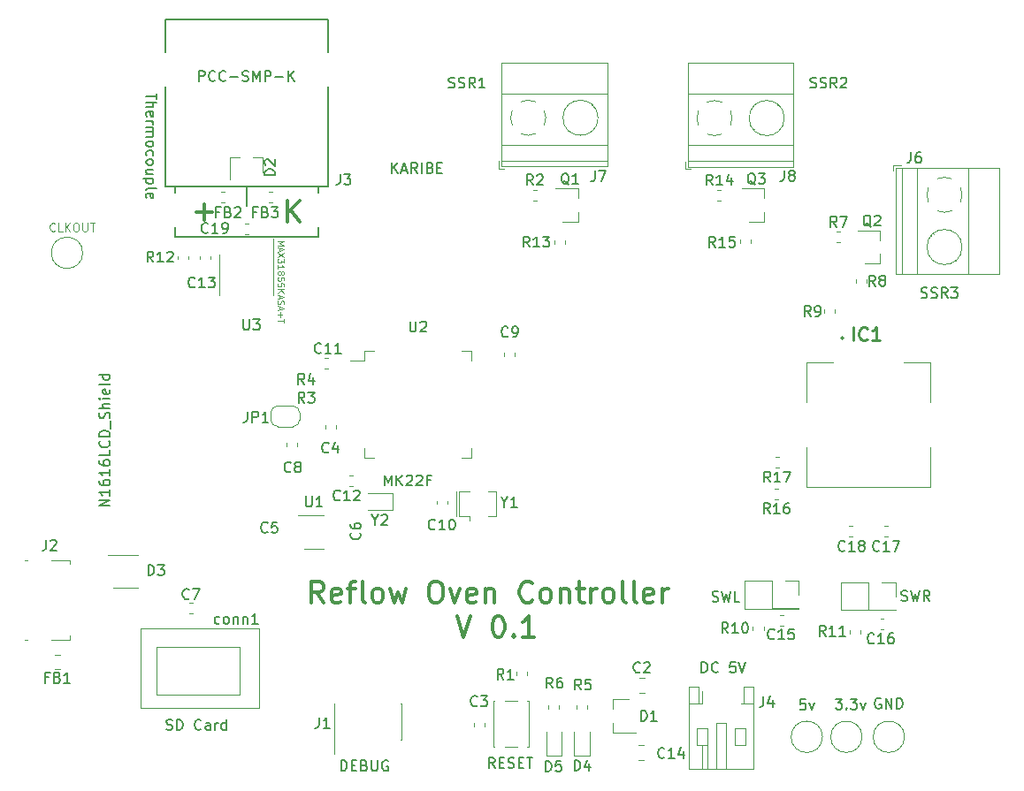
<source format=gbr>
G04 #@! TF.GenerationSoftware,KiCad,Pcbnew,5.1.4-e60b266~84~ubuntu18.04.1*
G04 #@! TF.CreationDate,2019-09-07T16:25:42+05:00*
G04 #@! TF.ProjectId,rck22,72636b32-322e-46b6-9963-61645f706362,rev?*
G04 #@! TF.SameCoordinates,Original*
G04 #@! TF.FileFunction,Legend,Top*
G04 #@! TF.FilePolarity,Positive*
%FSLAX46Y46*%
G04 Gerber Fmt 4.6, Leading zero omitted, Abs format (unit mm)*
G04 Created by KiCad (PCBNEW 5.1.4-e60b266~84~ubuntu18.04.1) date 2019-09-07 16:25:42*
%MOMM*%
%LPD*%
G04 APERTURE LIST*
%ADD10C,0.150000*%
%ADD11C,0.300000*%
%ADD12C,0.100000*%
%ADD13C,0.124000*%
%ADD14C,0.120000*%
%ADD15C,0.200000*%
%ADD16C,0.050000*%
%ADD17C,0.254000*%
G04 APERTURE END LIST*
D10*
X129208827Y-66515240D02*
X129208827Y-65515240D01*
X129780256Y-66515240D02*
X129351684Y-65943812D01*
X129780256Y-65515240D02*
X129208827Y-66086669D01*
X130161208Y-66229526D02*
X130637399Y-66229526D01*
X130065970Y-66515240D02*
X130399303Y-65515240D01*
X130732637Y-66515240D01*
X131637399Y-66515240D02*
X131304065Y-66039050D01*
X131065970Y-66515240D02*
X131065970Y-65515240D01*
X131446922Y-65515240D01*
X131542160Y-65562860D01*
X131589780Y-65610479D01*
X131637399Y-65705717D01*
X131637399Y-65848574D01*
X131589780Y-65943812D01*
X131542160Y-65991431D01*
X131446922Y-66039050D01*
X131065970Y-66039050D01*
X132065970Y-66515240D02*
X132065970Y-65515240D01*
X132875494Y-65991431D02*
X133018351Y-66039050D01*
X133065970Y-66086669D01*
X133113589Y-66181907D01*
X133113589Y-66324764D01*
X133065970Y-66420002D01*
X133018351Y-66467621D01*
X132923113Y-66515240D01*
X132542160Y-66515240D01*
X132542160Y-65515240D01*
X132875494Y-65515240D01*
X132970732Y-65562860D01*
X133018351Y-65610479D01*
X133065970Y-65705717D01*
X133065970Y-65800955D01*
X133018351Y-65896193D01*
X132970732Y-65943812D01*
X132875494Y-65991431D01*
X132542160Y-65991431D01*
X133542160Y-65991431D02*
X133875494Y-65991431D01*
X134018351Y-66515240D02*
X133542160Y-66515240D01*
X133542160Y-65515240D01*
X134018351Y-65515240D01*
D11*
X122656131Y-107636561D02*
X121989464Y-106684180D01*
X121513274Y-107636561D02*
X121513274Y-105636561D01*
X122275179Y-105636561D01*
X122465655Y-105731800D01*
X122560893Y-105827038D01*
X122656131Y-106017514D01*
X122656131Y-106303228D01*
X122560893Y-106493704D01*
X122465655Y-106588942D01*
X122275179Y-106684180D01*
X121513274Y-106684180D01*
X124275179Y-107541323D02*
X124084702Y-107636561D01*
X123703750Y-107636561D01*
X123513274Y-107541323D01*
X123418036Y-107350847D01*
X123418036Y-106588942D01*
X123513274Y-106398466D01*
X123703750Y-106303228D01*
X124084702Y-106303228D01*
X124275179Y-106398466D01*
X124370417Y-106588942D01*
X124370417Y-106779419D01*
X123418036Y-106969895D01*
X124941845Y-106303228D02*
X125703750Y-106303228D01*
X125227560Y-107636561D02*
X125227560Y-105922276D01*
X125322798Y-105731800D01*
X125513274Y-105636561D01*
X125703750Y-105636561D01*
X126656131Y-107636561D02*
X126465655Y-107541323D01*
X126370417Y-107350847D01*
X126370417Y-105636561D01*
X127703750Y-107636561D02*
X127513274Y-107541323D01*
X127418036Y-107446085D01*
X127322798Y-107255609D01*
X127322798Y-106684180D01*
X127418036Y-106493704D01*
X127513274Y-106398466D01*
X127703750Y-106303228D01*
X127989464Y-106303228D01*
X128179940Y-106398466D01*
X128275179Y-106493704D01*
X128370417Y-106684180D01*
X128370417Y-107255609D01*
X128275179Y-107446085D01*
X128179940Y-107541323D01*
X127989464Y-107636561D01*
X127703750Y-107636561D01*
X129037083Y-106303228D02*
X129418036Y-107636561D01*
X129798988Y-106684180D01*
X130179940Y-107636561D01*
X130560893Y-106303228D01*
X133227560Y-105636561D02*
X133608512Y-105636561D01*
X133798988Y-105731800D01*
X133989464Y-105922276D01*
X134084702Y-106303228D01*
X134084702Y-106969895D01*
X133989464Y-107350847D01*
X133798988Y-107541323D01*
X133608512Y-107636561D01*
X133227560Y-107636561D01*
X133037083Y-107541323D01*
X132846607Y-107350847D01*
X132751369Y-106969895D01*
X132751369Y-106303228D01*
X132846607Y-105922276D01*
X133037083Y-105731800D01*
X133227560Y-105636561D01*
X134751369Y-106303228D02*
X135227560Y-107636561D01*
X135703750Y-106303228D01*
X137227560Y-107541323D02*
X137037083Y-107636561D01*
X136656131Y-107636561D01*
X136465655Y-107541323D01*
X136370417Y-107350847D01*
X136370417Y-106588942D01*
X136465655Y-106398466D01*
X136656131Y-106303228D01*
X137037083Y-106303228D01*
X137227560Y-106398466D01*
X137322798Y-106588942D01*
X137322798Y-106779419D01*
X136370417Y-106969895D01*
X138179940Y-106303228D02*
X138179940Y-107636561D01*
X138179940Y-106493704D02*
X138275179Y-106398466D01*
X138465655Y-106303228D01*
X138751369Y-106303228D01*
X138941845Y-106398466D01*
X139037083Y-106588942D01*
X139037083Y-107636561D01*
X142656131Y-107446085D02*
X142560893Y-107541323D01*
X142275179Y-107636561D01*
X142084702Y-107636561D01*
X141798988Y-107541323D01*
X141608512Y-107350847D01*
X141513274Y-107160371D01*
X141418036Y-106779419D01*
X141418036Y-106493704D01*
X141513274Y-106112752D01*
X141608512Y-105922276D01*
X141798988Y-105731800D01*
X142084702Y-105636561D01*
X142275179Y-105636561D01*
X142560893Y-105731800D01*
X142656131Y-105827038D01*
X143798988Y-107636561D02*
X143608512Y-107541323D01*
X143513274Y-107446085D01*
X143418036Y-107255609D01*
X143418036Y-106684180D01*
X143513274Y-106493704D01*
X143608512Y-106398466D01*
X143798988Y-106303228D01*
X144084702Y-106303228D01*
X144275179Y-106398466D01*
X144370417Y-106493704D01*
X144465655Y-106684180D01*
X144465655Y-107255609D01*
X144370417Y-107446085D01*
X144275179Y-107541323D01*
X144084702Y-107636561D01*
X143798988Y-107636561D01*
X145322798Y-106303228D02*
X145322798Y-107636561D01*
X145322798Y-106493704D02*
X145418036Y-106398466D01*
X145608512Y-106303228D01*
X145894226Y-106303228D01*
X146084702Y-106398466D01*
X146179940Y-106588942D01*
X146179940Y-107636561D01*
X146846607Y-106303228D02*
X147608512Y-106303228D01*
X147132321Y-105636561D02*
X147132321Y-107350847D01*
X147227560Y-107541323D01*
X147418036Y-107636561D01*
X147608512Y-107636561D01*
X148275179Y-107636561D02*
X148275179Y-106303228D01*
X148275179Y-106684180D02*
X148370417Y-106493704D01*
X148465655Y-106398466D01*
X148656131Y-106303228D01*
X148846607Y-106303228D01*
X149798988Y-107636561D02*
X149608512Y-107541323D01*
X149513274Y-107446085D01*
X149418036Y-107255609D01*
X149418036Y-106684180D01*
X149513274Y-106493704D01*
X149608512Y-106398466D01*
X149798988Y-106303228D01*
X150084702Y-106303228D01*
X150275179Y-106398466D01*
X150370417Y-106493704D01*
X150465655Y-106684180D01*
X150465655Y-107255609D01*
X150370417Y-107446085D01*
X150275179Y-107541323D01*
X150084702Y-107636561D01*
X149798988Y-107636561D01*
X151608512Y-107636561D02*
X151418036Y-107541323D01*
X151322798Y-107350847D01*
X151322798Y-105636561D01*
X152656131Y-107636561D02*
X152465655Y-107541323D01*
X152370417Y-107350847D01*
X152370417Y-105636561D01*
X154179940Y-107541323D02*
X153989464Y-107636561D01*
X153608512Y-107636561D01*
X153418036Y-107541323D01*
X153322798Y-107350847D01*
X153322798Y-106588942D01*
X153418036Y-106398466D01*
X153608512Y-106303228D01*
X153989464Y-106303228D01*
X154179940Y-106398466D01*
X154275179Y-106588942D01*
X154275179Y-106779419D01*
X153322798Y-106969895D01*
X155132321Y-107636561D02*
X155132321Y-106303228D01*
X155132321Y-106684180D02*
X155227560Y-106493704D01*
X155322798Y-106398466D01*
X155513274Y-106303228D01*
X155703750Y-106303228D01*
X135418036Y-108936561D02*
X136084702Y-110936561D01*
X136751369Y-108936561D01*
X139322798Y-108936561D02*
X139513274Y-108936561D01*
X139703750Y-109031800D01*
X139798988Y-109127038D01*
X139894226Y-109317514D01*
X139989464Y-109698466D01*
X139989464Y-110174657D01*
X139894226Y-110555609D01*
X139798988Y-110746085D01*
X139703750Y-110841323D01*
X139513274Y-110936561D01*
X139322798Y-110936561D01*
X139132321Y-110841323D01*
X139037083Y-110746085D01*
X138941845Y-110555609D01*
X138846607Y-110174657D01*
X138846607Y-109698466D01*
X138941845Y-109317514D01*
X139037083Y-109127038D01*
X139132321Y-109031800D01*
X139322798Y-108936561D01*
X140846607Y-110746085D02*
X140941845Y-110841323D01*
X140846607Y-110936561D01*
X140751369Y-110841323D01*
X140846607Y-110746085D01*
X140846607Y-110936561D01*
X142846607Y-110936561D02*
X141703750Y-110936561D01*
X142275179Y-110936561D02*
X142275179Y-108936561D01*
X142084702Y-109222276D01*
X141894226Y-109412752D01*
X141703750Y-109507990D01*
D10*
X177989717Y-107437821D02*
X178132574Y-107485440D01*
X178370669Y-107485440D01*
X178465907Y-107437821D01*
X178513526Y-107390202D01*
X178561145Y-107294964D01*
X178561145Y-107199726D01*
X178513526Y-107104488D01*
X178465907Y-107056869D01*
X178370669Y-107009250D01*
X178180193Y-106961631D01*
X178084955Y-106914012D01*
X178037336Y-106866393D01*
X177989717Y-106771155D01*
X177989717Y-106675917D01*
X178037336Y-106580679D01*
X178084955Y-106533060D01*
X178180193Y-106485440D01*
X178418288Y-106485440D01*
X178561145Y-106533060D01*
X178894479Y-106485440D02*
X179132574Y-107485440D01*
X179323050Y-106771155D01*
X179513526Y-107485440D01*
X179751621Y-106485440D01*
X180704002Y-107485440D02*
X180370669Y-107009250D01*
X180132574Y-107485440D02*
X180132574Y-106485440D01*
X180513526Y-106485440D01*
X180608764Y-106533060D01*
X180656383Y-106580679D01*
X180704002Y-106675917D01*
X180704002Y-106818774D01*
X180656383Y-106914012D01*
X180608764Y-106961631D01*
X180513526Y-107009250D01*
X180132574Y-107009250D01*
X159883315Y-107503861D02*
X160026172Y-107551480D01*
X160264267Y-107551480D01*
X160359505Y-107503861D01*
X160407124Y-107456242D01*
X160454743Y-107361004D01*
X160454743Y-107265766D01*
X160407124Y-107170528D01*
X160359505Y-107122909D01*
X160264267Y-107075290D01*
X160073791Y-107027671D01*
X159978553Y-106980052D01*
X159930934Y-106932433D01*
X159883315Y-106837195D01*
X159883315Y-106741957D01*
X159930934Y-106646719D01*
X159978553Y-106599100D01*
X160073791Y-106551480D01*
X160311886Y-106551480D01*
X160454743Y-106599100D01*
X160788077Y-106551480D02*
X161026172Y-107551480D01*
X161216648Y-106837195D01*
X161407124Y-107551480D01*
X161645220Y-106551480D01*
X162502362Y-107551480D02*
X162026172Y-107551480D01*
X162026172Y-106551480D01*
X134647204Y-58281201D02*
X134790061Y-58328820D01*
X135028157Y-58328820D01*
X135123395Y-58281201D01*
X135171014Y-58233582D01*
X135218633Y-58138344D01*
X135218633Y-58043106D01*
X135171014Y-57947868D01*
X135123395Y-57900249D01*
X135028157Y-57852630D01*
X134837680Y-57805011D01*
X134742442Y-57757392D01*
X134694823Y-57709773D01*
X134647204Y-57614535D01*
X134647204Y-57519297D01*
X134694823Y-57424059D01*
X134742442Y-57376440D01*
X134837680Y-57328820D01*
X135075776Y-57328820D01*
X135218633Y-57376440D01*
X135599585Y-58281201D02*
X135742442Y-58328820D01*
X135980538Y-58328820D01*
X136075776Y-58281201D01*
X136123395Y-58233582D01*
X136171014Y-58138344D01*
X136171014Y-58043106D01*
X136123395Y-57947868D01*
X136075776Y-57900249D01*
X135980538Y-57852630D01*
X135790061Y-57805011D01*
X135694823Y-57757392D01*
X135647204Y-57709773D01*
X135599585Y-57614535D01*
X135599585Y-57519297D01*
X135647204Y-57424059D01*
X135694823Y-57376440D01*
X135790061Y-57328820D01*
X136028157Y-57328820D01*
X136171014Y-57376440D01*
X137171014Y-58328820D02*
X136837680Y-57852630D01*
X136599585Y-58328820D02*
X136599585Y-57328820D01*
X136980538Y-57328820D01*
X137075776Y-57376440D01*
X137123395Y-57424059D01*
X137171014Y-57519297D01*
X137171014Y-57662154D01*
X137123395Y-57757392D01*
X137075776Y-57805011D01*
X136980538Y-57852630D01*
X136599585Y-57852630D01*
X138123395Y-58328820D02*
X137551966Y-58328820D01*
X137837680Y-58328820D02*
X137837680Y-57328820D01*
X137742442Y-57471678D01*
X137647204Y-57566916D01*
X137551966Y-57614535D01*
X169272484Y-58281201D02*
X169415341Y-58328820D01*
X169653437Y-58328820D01*
X169748675Y-58281201D01*
X169796294Y-58233582D01*
X169843913Y-58138344D01*
X169843913Y-58043106D01*
X169796294Y-57947868D01*
X169748675Y-57900249D01*
X169653437Y-57852630D01*
X169462960Y-57805011D01*
X169367722Y-57757392D01*
X169320103Y-57709773D01*
X169272484Y-57614535D01*
X169272484Y-57519297D01*
X169320103Y-57424059D01*
X169367722Y-57376440D01*
X169462960Y-57328820D01*
X169701056Y-57328820D01*
X169843913Y-57376440D01*
X170224865Y-58281201D02*
X170367722Y-58328820D01*
X170605818Y-58328820D01*
X170701056Y-58281201D01*
X170748675Y-58233582D01*
X170796294Y-58138344D01*
X170796294Y-58043106D01*
X170748675Y-57947868D01*
X170701056Y-57900249D01*
X170605818Y-57852630D01*
X170415341Y-57805011D01*
X170320103Y-57757392D01*
X170272484Y-57709773D01*
X170224865Y-57614535D01*
X170224865Y-57519297D01*
X170272484Y-57424059D01*
X170320103Y-57376440D01*
X170415341Y-57328820D01*
X170653437Y-57328820D01*
X170796294Y-57376440D01*
X171796294Y-58328820D02*
X171462960Y-57852630D01*
X171224865Y-58328820D02*
X171224865Y-57328820D01*
X171605818Y-57328820D01*
X171701056Y-57376440D01*
X171748675Y-57424059D01*
X171796294Y-57519297D01*
X171796294Y-57662154D01*
X171748675Y-57757392D01*
X171701056Y-57805011D01*
X171605818Y-57852630D01*
X171224865Y-57852630D01*
X172177246Y-57424059D02*
X172224865Y-57376440D01*
X172320103Y-57328820D01*
X172558199Y-57328820D01*
X172653437Y-57376440D01*
X172701056Y-57424059D01*
X172748675Y-57519297D01*
X172748675Y-57614535D01*
X172701056Y-57757392D01*
X172129627Y-58328820D01*
X172748675Y-58328820D01*
X176009395Y-116842920D02*
X175914157Y-116795300D01*
X175771300Y-116795300D01*
X175628442Y-116842920D01*
X175533204Y-116938158D01*
X175485585Y-117033396D01*
X175437966Y-117223872D01*
X175437966Y-117366729D01*
X175485585Y-117557205D01*
X175533204Y-117652443D01*
X175628442Y-117747681D01*
X175771300Y-117795300D01*
X175866538Y-117795300D01*
X176009395Y-117747681D01*
X176057014Y-117700062D01*
X176057014Y-117366729D01*
X175866538Y-117366729D01*
X176485585Y-117795300D02*
X176485585Y-116795300D01*
X177057014Y-117795300D01*
X177057014Y-116795300D01*
X177533204Y-117795300D02*
X177533204Y-116795300D01*
X177771300Y-116795300D01*
X177914157Y-116842920D01*
X178009395Y-116938158D01*
X178057014Y-117033396D01*
X178104633Y-117223872D01*
X178104633Y-117366729D01*
X178057014Y-117557205D01*
X178009395Y-117652443D01*
X177914157Y-117747681D01*
X177771300Y-117795300D01*
X177533204Y-117795300D01*
X158851220Y-114338360D02*
X158851220Y-113338360D01*
X159089316Y-113338360D01*
X159232173Y-113385980D01*
X159327411Y-113481218D01*
X159375030Y-113576456D01*
X159422649Y-113766932D01*
X159422649Y-113909789D01*
X159375030Y-114100265D01*
X159327411Y-114195503D01*
X159232173Y-114290741D01*
X159089316Y-114338360D01*
X158851220Y-114338360D01*
X160422649Y-114243122D02*
X160375030Y-114290741D01*
X160232173Y-114338360D01*
X160136935Y-114338360D01*
X159994078Y-114290741D01*
X159898840Y-114195503D01*
X159851220Y-114100265D01*
X159803601Y-113909789D01*
X159803601Y-113766932D01*
X159851220Y-113576456D01*
X159898840Y-113481218D01*
X159994078Y-113385980D01*
X160136935Y-113338360D01*
X160232173Y-113338360D01*
X160375030Y-113385980D01*
X160422649Y-113433599D01*
X162089316Y-113338360D02*
X161613125Y-113338360D01*
X161565506Y-113814551D01*
X161613125Y-113766932D01*
X161708363Y-113719313D01*
X161946459Y-113719313D01*
X162041697Y-113766932D01*
X162089316Y-113814551D01*
X162136935Y-113909789D01*
X162136935Y-114147884D01*
X162089316Y-114243122D01*
X162041697Y-114290741D01*
X161946459Y-114338360D01*
X161708363Y-114338360D01*
X161613125Y-114290741D01*
X161565506Y-114243122D01*
X162422649Y-113338360D02*
X162755982Y-114338360D01*
X163089316Y-113338360D01*
X128504274Y-96433900D02*
X128504274Y-95433900D01*
X128837607Y-96148186D01*
X129170940Y-95433900D01*
X129170940Y-96433900D01*
X129647131Y-96433900D02*
X129647131Y-95433900D01*
X130218560Y-96433900D02*
X129789988Y-95862472D01*
X130218560Y-95433900D02*
X129647131Y-96005329D01*
X130599512Y-95529139D02*
X130647131Y-95481520D01*
X130742369Y-95433900D01*
X130980464Y-95433900D01*
X131075702Y-95481520D01*
X131123321Y-95529139D01*
X131170940Y-95624377D01*
X131170940Y-95719615D01*
X131123321Y-95862472D01*
X130551893Y-96433900D01*
X131170940Y-96433900D01*
X131551893Y-95529139D02*
X131599512Y-95481520D01*
X131694750Y-95433900D01*
X131932845Y-95433900D01*
X132028083Y-95481520D01*
X132075702Y-95529139D01*
X132123321Y-95624377D01*
X132123321Y-95719615D01*
X132075702Y-95862472D01*
X131504274Y-96433900D01*
X132123321Y-96433900D01*
X132885226Y-95910091D02*
X132551893Y-95910091D01*
X132551893Y-96433900D02*
X132551893Y-95433900D01*
X133028083Y-95433900D01*
X107609047Y-119784761D02*
X107751904Y-119832380D01*
X107990000Y-119832380D01*
X108085238Y-119784761D01*
X108132857Y-119737142D01*
X108180476Y-119641904D01*
X108180476Y-119546666D01*
X108132857Y-119451428D01*
X108085238Y-119403809D01*
X107990000Y-119356190D01*
X107799523Y-119308571D01*
X107704285Y-119260952D01*
X107656666Y-119213333D01*
X107609047Y-119118095D01*
X107609047Y-119022857D01*
X107656666Y-118927619D01*
X107704285Y-118880000D01*
X107799523Y-118832380D01*
X108037619Y-118832380D01*
X108180476Y-118880000D01*
X108609047Y-119832380D02*
X108609047Y-118832380D01*
X108847142Y-118832380D01*
X108990000Y-118880000D01*
X109085238Y-118975238D01*
X109132857Y-119070476D01*
X109180476Y-119260952D01*
X109180476Y-119403809D01*
X109132857Y-119594285D01*
X109085238Y-119689523D01*
X108990000Y-119784761D01*
X108847142Y-119832380D01*
X108609047Y-119832380D01*
X110942380Y-119737142D02*
X110894761Y-119784761D01*
X110751904Y-119832380D01*
X110656666Y-119832380D01*
X110513809Y-119784761D01*
X110418571Y-119689523D01*
X110370952Y-119594285D01*
X110323333Y-119403809D01*
X110323333Y-119260952D01*
X110370952Y-119070476D01*
X110418571Y-118975238D01*
X110513809Y-118880000D01*
X110656666Y-118832380D01*
X110751904Y-118832380D01*
X110894761Y-118880000D01*
X110942380Y-118927619D01*
X111799523Y-119832380D02*
X111799523Y-119308571D01*
X111751904Y-119213333D01*
X111656666Y-119165714D01*
X111466190Y-119165714D01*
X111370952Y-119213333D01*
X111799523Y-119784761D02*
X111704285Y-119832380D01*
X111466190Y-119832380D01*
X111370952Y-119784761D01*
X111323333Y-119689523D01*
X111323333Y-119594285D01*
X111370952Y-119499047D01*
X111466190Y-119451428D01*
X111704285Y-119451428D01*
X111799523Y-119403809D01*
X112275714Y-119832380D02*
X112275714Y-119165714D01*
X112275714Y-119356190D02*
X112323333Y-119260952D01*
X112370952Y-119213333D01*
X112466190Y-119165714D01*
X112561428Y-119165714D01*
X113323333Y-119832380D02*
X113323333Y-118832380D01*
X113323333Y-119784761D02*
X113228095Y-119832380D01*
X113037619Y-119832380D01*
X112942380Y-119784761D01*
X112894761Y-119737142D01*
X112847142Y-119641904D01*
X112847142Y-119356190D01*
X112894761Y-119260952D01*
X112942380Y-119213333D01*
X113037619Y-119165714D01*
X113228095Y-119165714D01*
X113323333Y-119213333D01*
X124340264Y-123761760D02*
X124340264Y-122761760D01*
X124578360Y-122761760D01*
X124721217Y-122809380D01*
X124816455Y-122904618D01*
X124864074Y-122999856D01*
X124911693Y-123190332D01*
X124911693Y-123333189D01*
X124864074Y-123523665D01*
X124816455Y-123618903D01*
X124721217Y-123714141D01*
X124578360Y-123761760D01*
X124340264Y-123761760D01*
X125340264Y-123237951D02*
X125673598Y-123237951D01*
X125816455Y-123761760D02*
X125340264Y-123761760D01*
X125340264Y-122761760D01*
X125816455Y-122761760D01*
X126578360Y-123237951D02*
X126721217Y-123285570D01*
X126768836Y-123333189D01*
X126816455Y-123428427D01*
X126816455Y-123571284D01*
X126768836Y-123666522D01*
X126721217Y-123714141D01*
X126625979Y-123761760D01*
X126245026Y-123761760D01*
X126245026Y-122761760D01*
X126578360Y-122761760D01*
X126673598Y-122809380D01*
X126721217Y-122856999D01*
X126768836Y-122952237D01*
X126768836Y-123047475D01*
X126721217Y-123142713D01*
X126673598Y-123190332D01*
X126578360Y-123237951D01*
X126245026Y-123237951D01*
X127245026Y-122761760D02*
X127245026Y-123571284D01*
X127292645Y-123666522D01*
X127340264Y-123714141D01*
X127435502Y-123761760D01*
X127625979Y-123761760D01*
X127721217Y-123714141D01*
X127768836Y-123666522D01*
X127816455Y-123571284D01*
X127816455Y-122761760D01*
X128816455Y-122809380D02*
X128721217Y-122761760D01*
X128578360Y-122761760D01*
X128435502Y-122809380D01*
X128340264Y-122904618D01*
X128292645Y-122999856D01*
X128245026Y-123190332D01*
X128245026Y-123333189D01*
X128292645Y-123523665D01*
X128340264Y-123618903D01*
X128435502Y-123714141D01*
X128578360Y-123761760D01*
X128673598Y-123761760D01*
X128816455Y-123714141D01*
X128864074Y-123666522D01*
X128864074Y-123333189D01*
X128673598Y-123333189D01*
D12*
X118260211Y-73014371D02*
X118860211Y-73014371D01*
X118431640Y-73214371D01*
X118860211Y-73414371D01*
X118260211Y-73414371D01*
X118431640Y-73671514D02*
X118431640Y-73957228D01*
X118260211Y-73614371D02*
X118860211Y-73814371D01*
X118260211Y-74014371D01*
X118860211Y-74157228D02*
X118260211Y-74557228D01*
X118860211Y-74557228D02*
X118260211Y-74157228D01*
X118860211Y-74728657D02*
X118860211Y-75100085D01*
X118631640Y-74900085D01*
X118631640Y-74985800D01*
X118603068Y-75042942D01*
X118574497Y-75071514D01*
X118517354Y-75100085D01*
X118374497Y-75100085D01*
X118317354Y-75071514D01*
X118288782Y-75042942D01*
X118260211Y-74985800D01*
X118260211Y-74814371D01*
X118288782Y-74757228D01*
X118317354Y-74728657D01*
X118260211Y-75671514D02*
X118260211Y-75328657D01*
X118260211Y-75500085D02*
X118860211Y-75500085D01*
X118774497Y-75442942D01*
X118717354Y-75385800D01*
X118688782Y-75328657D01*
X118603068Y-76014371D02*
X118631640Y-75957228D01*
X118660211Y-75928657D01*
X118717354Y-75900085D01*
X118745925Y-75900085D01*
X118803068Y-75928657D01*
X118831640Y-75957228D01*
X118860211Y-76014371D01*
X118860211Y-76128657D01*
X118831640Y-76185800D01*
X118803068Y-76214371D01*
X118745925Y-76242942D01*
X118717354Y-76242942D01*
X118660211Y-76214371D01*
X118631640Y-76185800D01*
X118603068Y-76128657D01*
X118603068Y-76014371D01*
X118574497Y-75957228D01*
X118545925Y-75928657D01*
X118488782Y-75900085D01*
X118374497Y-75900085D01*
X118317354Y-75928657D01*
X118288782Y-75957228D01*
X118260211Y-76014371D01*
X118260211Y-76128657D01*
X118288782Y-76185800D01*
X118317354Y-76214371D01*
X118374497Y-76242942D01*
X118488782Y-76242942D01*
X118545925Y-76214371D01*
X118574497Y-76185800D01*
X118603068Y-76128657D01*
X118860211Y-76785800D02*
X118860211Y-76500085D01*
X118574497Y-76471514D01*
X118603068Y-76500085D01*
X118631640Y-76557228D01*
X118631640Y-76700085D01*
X118603068Y-76757228D01*
X118574497Y-76785800D01*
X118517354Y-76814371D01*
X118374497Y-76814371D01*
X118317354Y-76785800D01*
X118288782Y-76757228D01*
X118260211Y-76700085D01*
X118260211Y-76557228D01*
X118288782Y-76500085D01*
X118317354Y-76471514D01*
X118860211Y-77357228D02*
X118860211Y-77071514D01*
X118574497Y-77042942D01*
X118603068Y-77071514D01*
X118631640Y-77128657D01*
X118631640Y-77271514D01*
X118603068Y-77328657D01*
X118574497Y-77357228D01*
X118517354Y-77385800D01*
X118374497Y-77385800D01*
X118317354Y-77357228D01*
X118288782Y-77328657D01*
X118260211Y-77271514D01*
X118260211Y-77128657D01*
X118288782Y-77071514D01*
X118317354Y-77042942D01*
X118260211Y-77642942D02*
X118860211Y-77642942D01*
X118260211Y-77985800D02*
X118603068Y-77728657D01*
X118860211Y-77985800D02*
X118517354Y-77642942D01*
X118431640Y-78214371D02*
X118431640Y-78500085D01*
X118260211Y-78157228D02*
X118860211Y-78357228D01*
X118260211Y-78557228D01*
X118288782Y-78728657D02*
X118260211Y-78814371D01*
X118260211Y-78957228D01*
X118288782Y-79014371D01*
X118317354Y-79042942D01*
X118374497Y-79071514D01*
X118431640Y-79071514D01*
X118488782Y-79042942D01*
X118517354Y-79014371D01*
X118545925Y-78957228D01*
X118574497Y-78842942D01*
X118603068Y-78785800D01*
X118631640Y-78757228D01*
X118688782Y-78728657D01*
X118745925Y-78728657D01*
X118803068Y-78757228D01*
X118831640Y-78785800D01*
X118860211Y-78842942D01*
X118860211Y-78985800D01*
X118831640Y-79071514D01*
X118431640Y-79300085D02*
X118431640Y-79585800D01*
X118260211Y-79242942D02*
X118860211Y-79442942D01*
X118260211Y-79642942D01*
X118488782Y-79842942D02*
X118488782Y-80300085D01*
X118260211Y-80071514D02*
X118717354Y-80071514D01*
X118860211Y-80500085D02*
X118860211Y-80842942D01*
X118260211Y-80671514D02*
X118860211Y-80671514D01*
D10*
X168797622Y-116917220D02*
X168321432Y-116917220D01*
X168273813Y-117393411D01*
X168321432Y-117345792D01*
X168416670Y-117298173D01*
X168654765Y-117298173D01*
X168750003Y-117345792D01*
X168797622Y-117393411D01*
X168845241Y-117488649D01*
X168845241Y-117726744D01*
X168797622Y-117821982D01*
X168750003Y-117869601D01*
X168654765Y-117917220D01*
X168416670Y-117917220D01*
X168321432Y-117869601D01*
X168273813Y-117821982D01*
X169178575Y-117250554D02*
X169416670Y-117917220D01*
X169654765Y-117250554D01*
X171695288Y-116871500D02*
X172314336Y-116871500D01*
X171981002Y-117252453D01*
X172123860Y-117252453D01*
X172219098Y-117300072D01*
X172266717Y-117347691D01*
X172314336Y-117442929D01*
X172314336Y-117681024D01*
X172266717Y-117776262D01*
X172219098Y-117823881D01*
X172123860Y-117871500D01*
X171838145Y-117871500D01*
X171742907Y-117823881D01*
X171695288Y-117776262D01*
X172742907Y-117776262D02*
X172790526Y-117823881D01*
X172742907Y-117871500D01*
X172695288Y-117823881D01*
X172742907Y-117776262D01*
X172742907Y-117871500D01*
X173123860Y-116871500D02*
X173742907Y-116871500D01*
X173409574Y-117252453D01*
X173552431Y-117252453D01*
X173647669Y-117300072D01*
X173695288Y-117347691D01*
X173742907Y-117442929D01*
X173742907Y-117681024D01*
X173695288Y-117776262D01*
X173647669Y-117823881D01*
X173552431Y-117871500D01*
X173266717Y-117871500D01*
X173171479Y-117823881D01*
X173123860Y-117776262D01*
X174076240Y-117204834D02*
X174314336Y-117871500D01*
X174552431Y-117204834D01*
X179884604Y-78410701D02*
X180027461Y-78458320D01*
X180265557Y-78458320D01*
X180360795Y-78410701D01*
X180408414Y-78363082D01*
X180456033Y-78267844D01*
X180456033Y-78172606D01*
X180408414Y-78077368D01*
X180360795Y-78029749D01*
X180265557Y-77982130D01*
X180075080Y-77934511D01*
X179979842Y-77886892D01*
X179932223Y-77839273D01*
X179884604Y-77744035D01*
X179884604Y-77648797D01*
X179932223Y-77553559D01*
X179979842Y-77505940D01*
X180075080Y-77458320D01*
X180313176Y-77458320D01*
X180456033Y-77505940D01*
X180836985Y-78410701D02*
X180979842Y-78458320D01*
X181217938Y-78458320D01*
X181313176Y-78410701D01*
X181360795Y-78363082D01*
X181408414Y-78267844D01*
X181408414Y-78172606D01*
X181360795Y-78077368D01*
X181313176Y-78029749D01*
X181217938Y-77982130D01*
X181027461Y-77934511D01*
X180932223Y-77886892D01*
X180884604Y-77839273D01*
X180836985Y-77744035D01*
X180836985Y-77648797D01*
X180884604Y-77553559D01*
X180932223Y-77505940D01*
X181027461Y-77458320D01*
X181265557Y-77458320D01*
X181408414Y-77505940D01*
X182408414Y-78458320D02*
X182075080Y-77982130D01*
X181836985Y-78458320D02*
X181836985Y-77458320D01*
X182217938Y-77458320D01*
X182313176Y-77505940D01*
X182360795Y-77553559D01*
X182408414Y-77648797D01*
X182408414Y-77791654D01*
X182360795Y-77886892D01*
X182313176Y-77934511D01*
X182217938Y-77982130D01*
X181836985Y-77982130D01*
X182741747Y-77458320D02*
X183360795Y-77458320D01*
X183027461Y-77839273D01*
X183170319Y-77839273D01*
X183265557Y-77886892D01*
X183313176Y-77934511D01*
X183360795Y-78029749D01*
X183360795Y-78267844D01*
X183313176Y-78363082D01*
X183265557Y-78410701D01*
X183170319Y-78458320D01*
X182884604Y-78458320D01*
X182789366Y-78410701D01*
X182741747Y-78363082D01*
X106694219Y-58860371D02*
X106694219Y-59431800D01*
X105694219Y-59146085D02*
X106694219Y-59146085D01*
X105694219Y-59765133D02*
X106694219Y-59765133D01*
X105694219Y-60193704D02*
X106218028Y-60193704D01*
X106313266Y-60146085D01*
X106360885Y-60050847D01*
X106360885Y-59907990D01*
X106313266Y-59812752D01*
X106265647Y-59765133D01*
X105741838Y-61050847D02*
X105694219Y-60955609D01*
X105694219Y-60765133D01*
X105741838Y-60669895D01*
X105837076Y-60622276D01*
X106218028Y-60622276D01*
X106313266Y-60669895D01*
X106360885Y-60765133D01*
X106360885Y-60955609D01*
X106313266Y-61050847D01*
X106218028Y-61098466D01*
X106122790Y-61098466D01*
X106027552Y-60622276D01*
X105694219Y-61527038D02*
X106360885Y-61527038D01*
X106170409Y-61527038D02*
X106265647Y-61574657D01*
X106313266Y-61622276D01*
X106360885Y-61717514D01*
X106360885Y-61812752D01*
X105694219Y-62146085D02*
X106360885Y-62146085D01*
X106265647Y-62146085D02*
X106313266Y-62193704D01*
X106360885Y-62288942D01*
X106360885Y-62431800D01*
X106313266Y-62527038D01*
X106218028Y-62574657D01*
X105694219Y-62574657D01*
X106218028Y-62574657D02*
X106313266Y-62622276D01*
X106360885Y-62717514D01*
X106360885Y-62860371D01*
X106313266Y-62955609D01*
X106218028Y-63003228D01*
X105694219Y-63003228D01*
X105694219Y-63622276D02*
X105741838Y-63527038D01*
X105789457Y-63479419D01*
X105884695Y-63431800D01*
X106170409Y-63431800D01*
X106265647Y-63479419D01*
X106313266Y-63527038D01*
X106360885Y-63622276D01*
X106360885Y-63765133D01*
X106313266Y-63860371D01*
X106265647Y-63907990D01*
X106170409Y-63955609D01*
X105884695Y-63955609D01*
X105789457Y-63907990D01*
X105741838Y-63860371D01*
X105694219Y-63765133D01*
X105694219Y-63622276D01*
X105741838Y-64812752D02*
X105694219Y-64717514D01*
X105694219Y-64527038D01*
X105741838Y-64431800D01*
X105789457Y-64384180D01*
X105884695Y-64336561D01*
X106170409Y-64336561D01*
X106265647Y-64384180D01*
X106313266Y-64431800D01*
X106360885Y-64527038D01*
X106360885Y-64717514D01*
X106313266Y-64812752D01*
X105694219Y-65384180D02*
X105741838Y-65288942D01*
X105789457Y-65241323D01*
X105884695Y-65193704D01*
X106170409Y-65193704D01*
X106265647Y-65241323D01*
X106313266Y-65288942D01*
X106360885Y-65384180D01*
X106360885Y-65527038D01*
X106313266Y-65622276D01*
X106265647Y-65669895D01*
X106170409Y-65717514D01*
X105884695Y-65717514D01*
X105789457Y-65669895D01*
X105741838Y-65622276D01*
X105694219Y-65527038D01*
X105694219Y-65384180D01*
X106360885Y-66574657D02*
X105694219Y-66574657D01*
X106360885Y-66146085D02*
X105837076Y-66146085D01*
X105741838Y-66193704D01*
X105694219Y-66288942D01*
X105694219Y-66431800D01*
X105741838Y-66527038D01*
X105789457Y-66574657D01*
X106360885Y-67050847D02*
X105360885Y-67050847D01*
X106313266Y-67050847D02*
X106360885Y-67146085D01*
X106360885Y-67336561D01*
X106313266Y-67431800D01*
X106265647Y-67479419D01*
X106170409Y-67527038D01*
X105884695Y-67527038D01*
X105789457Y-67479419D01*
X105741838Y-67431800D01*
X105694219Y-67336561D01*
X105694219Y-67146085D01*
X105741838Y-67050847D01*
X105694219Y-68098466D02*
X105741838Y-68003228D01*
X105837076Y-67955609D01*
X106694219Y-67955609D01*
X105741838Y-68860371D02*
X105694219Y-68765133D01*
X105694219Y-68574657D01*
X105741838Y-68479419D01*
X105837076Y-68431800D01*
X106218028Y-68431800D01*
X106313266Y-68479419D01*
X106360885Y-68574657D01*
X106360885Y-68765133D01*
X106313266Y-68860371D01*
X106218028Y-68907990D01*
X106122790Y-68907990D01*
X106027552Y-68431800D01*
X139060419Y-123497600D02*
X138727085Y-123021410D01*
X138488990Y-123497600D02*
X138488990Y-122497600D01*
X138869942Y-122497600D01*
X138965180Y-122545220D01*
X139012800Y-122592839D01*
X139060419Y-122688077D01*
X139060419Y-122830934D01*
X139012800Y-122926172D01*
X138965180Y-122973791D01*
X138869942Y-123021410D01*
X138488990Y-123021410D01*
X139488990Y-122973791D02*
X139822323Y-122973791D01*
X139965180Y-123497600D02*
X139488990Y-123497600D01*
X139488990Y-122497600D01*
X139965180Y-122497600D01*
X140346133Y-123449981D02*
X140488990Y-123497600D01*
X140727085Y-123497600D01*
X140822323Y-123449981D01*
X140869942Y-123402362D01*
X140917561Y-123307124D01*
X140917561Y-123211886D01*
X140869942Y-123116648D01*
X140822323Y-123069029D01*
X140727085Y-123021410D01*
X140536609Y-122973791D01*
X140441371Y-122926172D01*
X140393752Y-122878553D01*
X140346133Y-122783315D01*
X140346133Y-122688077D01*
X140393752Y-122592839D01*
X140441371Y-122545220D01*
X140536609Y-122497600D01*
X140774704Y-122497600D01*
X140917561Y-122545220D01*
X141346133Y-122973791D02*
X141679466Y-122973791D01*
X141822323Y-123497600D02*
X141346133Y-123497600D01*
X141346133Y-122497600D01*
X141822323Y-122497600D01*
X142108038Y-122497600D02*
X142679466Y-122497600D01*
X142393752Y-123497600D02*
X142393752Y-122497600D01*
D13*
X96955812Y-71997534D02*
X96917717Y-72035629D01*
X96803431Y-72073724D01*
X96727240Y-72073724D01*
X96612955Y-72035629D01*
X96536764Y-71959439D01*
X96498669Y-71883248D01*
X96460574Y-71730867D01*
X96460574Y-71616581D01*
X96498669Y-71464200D01*
X96536764Y-71388010D01*
X96612955Y-71311820D01*
X96727240Y-71273724D01*
X96803431Y-71273724D01*
X96917717Y-71311820D01*
X96955812Y-71349915D01*
X97679621Y-72073724D02*
X97298669Y-72073724D01*
X97298669Y-71273724D01*
X97946288Y-72073724D02*
X97946288Y-71273724D01*
X98403431Y-72073724D02*
X98060574Y-71616581D01*
X98403431Y-71273724D02*
X97946288Y-71730867D01*
X98898669Y-71273724D02*
X99051050Y-71273724D01*
X99127240Y-71311820D01*
X99203431Y-71388010D01*
X99241526Y-71540391D01*
X99241526Y-71807058D01*
X99203431Y-71959439D01*
X99127240Y-72035629D01*
X99051050Y-72073724D01*
X98898669Y-72073724D01*
X98822479Y-72035629D01*
X98746288Y-71959439D01*
X98708193Y-71807058D01*
X98708193Y-71540391D01*
X98746288Y-71388010D01*
X98822479Y-71311820D01*
X98898669Y-71273724D01*
X99584383Y-71273724D02*
X99584383Y-71921343D01*
X99622479Y-71997534D01*
X99660574Y-72035629D01*
X99736764Y-72073724D01*
X99889145Y-72073724D01*
X99965336Y-72035629D01*
X100003431Y-71997534D01*
X100041526Y-71921343D01*
X100041526Y-71273724D01*
X100308193Y-71273724D02*
X100765336Y-71273724D01*
X100536764Y-72073724D02*
X100536764Y-71273724D01*
D14*
X152781502Y-122723980D02*
X153298658Y-122723980D01*
X152781502Y-121303980D02*
X153298658Y-121303980D01*
X152870402Y-116264760D02*
X153387558Y-116264760D01*
X152870402Y-114844760D02*
X153387558Y-114844760D01*
X96909122Y-114037180D02*
X97426278Y-114037180D01*
X96909122Y-112617180D02*
X97426278Y-112617180D01*
X166243219Y-93708760D02*
X165917661Y-93708760D01*
X166243219Y-94728760D02*
X165917661Y-94728760D01*
X166194959Y-96713580D02*
X165869401Y-96713580D01*
X166194959Y-97733580D02*
X165869401Y-97733580D01*
X176113440Y-105705600D02*
X177443440Y-105705600D01*
X177443440Y-105705600D02*
X177443440Y-107035600D01*
X174843440Y-105705600D02*
X174843440Y-108305600D01*
X174843440Y-108305600D02*
X177443440Y-108305600D01*
X177443440Y-108305600D02*
X177443440Y-108365600D01*
X172243440Y-108365600D02*
X177443440Y-108365600D01*
X172243440Y-105705600D02*
X172243440Y-108365600D01*
X172243440Y-105705600D02*
X174843440Y-105705600D01*
X166842440Y-105563360D02*
X168172440Y-105563360D01*
X168172440Y-105563360D02*
X168172440Y-106893360D01*
X165572440Y-105563360D02*
X165572440Y-108163360D01*
X165572440Y-108163360D02*
X168172440Y-108163360D01*
X168172440Y-108163360D02*
X168172440Y-108223360D01*
X162972440Y-108223360D02*
X168172440Y-108223360D01*
X162972440Y-105563360D02*
X162972440Y-108223360D01*
X162972440Y-105563360D02*
X165572440Y-105563360D01*
X122632040Y-99288960D02*
X120182040Y-99288960D01*
X120832040Y-102508960D02*
X122632040Y-102508960D01*
X162585940Y-72849521D02*
X162585940Y-73175079D01*
X163605940Y-72849521D02*
X163605940Y-73175079D01*
X160385541Y-69130640D02*
X160711099Y-69130640D01*
X160385541Y-68110640D02*
X160711099Y-68110640D01*
X144744980Y-72961281D02*
X144744980Y-73286839D01*
X145764980Y-72961281D02*
X145764980Y-73286839D01*
X142717301Y-69123020D02*
X143042859Y-69123020D01*
X142717301Y-68103020D02*
X143042859Y-68103020D01*
X164861780Y-71145520D02*
X163401780Y-71145520D01*
X164861780Y-67985520D02*
X162701780Y-67985520D01*
X164861780Y-67985520D02*
X164861780Y-68915520D01*
X164861780Y-71145520D02*
X164861780Y-70215520D01*
X147018280Y-71142980D02*
X145558280Y-71142980D01*
X147018280Y-67982980D02*
X144858280Y-67982980D01*
X147018280Y-67982980D02*
X147018280Y-68912980D01*
X147018280Y-71142980D02*
X147018280Y-70212980D01*
X157293660Y-66126700D02*
X157793660Y-66126700D01*
X157293660Y-65386700D02*
X157293660Y-66126700D01*
X163866660Y-62249700D02*
X163819660Y-62295700D01*
X166163660Y-59951700D02*
X166128660Y-59987700D01*
X164059660Y-62465700D02*
X164024660Y-62500700D01*
X166368660Y-60157700D02*
X166321660Y-60203700D01*
X167653660Y-55965700D02*
X167653660Y-65886700D01*
X157533660Y-55965700D02*
X157533660Y-65886700D01*
X157533660Y-65886700D02*
X167653660Y-65886700D01*
X157533660Y-55965700D02*
X167653660Y-55965700D01*
X157533660Y-58925700D02*
X167653660Y-58925700D01*
X157533660Y-63826700D02*
X167653660Y-63826700D01*
X157533660Y-65326700D02*
X167653660Y-65326700D01*
X166773660Y-61226700D02*
G75*
G03X166773660Y-61226700I-1680000J0D01*
G01*
X160122465Y-62906953D02*
G75*
G02X159409660Y-62761700I-28805J1680253D01*
G01*
X158558234Y-61909742D02*
G75*
G02X158558660Y-60542700I1535426J683042D01*
G01*
X159410618Y-59691274D02*
G75*
G02X160777660Y-59691700I683042J-1535426D01*
G01*
X161629086Y-60543658D02*
G75*
G02X161628660Y-61910700I-1535426J-683042D01*
G01*
X160776978Y-62761456D02*
G75*
G02X160093660Y-62906700I-683318J1534756D01*
G01*
X139460320Y-66096220D02*
X139960320Y-66096220D01*
X139460320Y-65356220D02*
X139460320Y-66096220D01*
X146033320Y-62219220D02*
X145986320Y-62265220D01*
X148330320Y-59921220D02*
X148295320Y-59957220D01*
X146226320Y-62435220D02*
X146191320Y-62470220D01*
X148535320Y-60127220D02*
X148488320Y-60173220D01*
X149820320Y-55935220D02*
X149820320Y-65856220D01*
X139700320Y-55935220D02*
X139700320Y-65856220D01*
X139700320Y-65856220D02*
X149820320Y-65856220D01*
X139700320Y-55935220D02*
X149820320Y-55935220D01*
X139700320Y-58895220D02*
X149820320Y-58895220D01*
X139700320Y-63796220D02*
X149820320Y-63796220D01*
X139700320Y-65296220D02*
X149820320Y-65296220D01*
X148940320Y-61196220D02*
G75*
G03X148940320Y-61196220I-1680000J0D01*
G01*
X142289125Y-62876473D02*
G75*
G02X141576320Y-62731220I-28805J1680253D01*
G01*
X140724894Y-61879262D02*
G75*
G02X140725320Y-60512220I1535426J683042D01*
G01*
X141577278Y-59660794D02*
G75*
G02X142944320Y-59661220I683042J-1535426D01*
G01*
X143795746Y-60513178D02*
G75*
G02X143795320Y-61880220I-1535426J-683042D01*
G01*
X142943638Y-62730976D02*
G75*
G02X142260320Y-62876220I-683318J1534756D01*
G01*
X116870600Y-64949800D02*
X116870600Y-66409800D01*
X113710600Y-64949800D02*
X113710600Y-67109800D01*
X113710600Y-64949800D02*
X114640600Y-64949800D01*
X116870600Y-64949800D02*
X115940600Y-64949800D01*
X117413821Y-69267800D02*
X117739379Y-69267800D01*
X117413821Y-68247800D02*
X117739379Y-68247800D01*
X113167379Y-68247800D02*
X112841821Y-68247800D01*
X113167379Y-69267800D02*
X112841821Y-69267800D01*
X108684600Y-74437021D02*
X108684600Y-74762579D01*
X109704600Y-74437021D02*
X109704600Y-74762579D01*
X115127821Y-72315800D02*
X115453379Y-72315800D01*
X115127821Y-71295800D02*
X115453379Y-71295800D01*
D15*
X123058380Y-67765800D02*
X107558380Y-67765800D01*
X107558380Y-51765800D02*
X123058380Y-51765800D01*
X108458380Y-72565800D02*
X122158380Y-72565800D01*
X122158380Y-72565800D02*
X122158380Y-71715800D01*
X122158380Y-67765800D02*
X122158380Y-68415800D01*
X108458380Y-72565800D02*
X108458380Y-71715800D01*
X108458380Y-67765800D02*
X108458380Y-68415800D01*
X107558380Y-67765800D02*
X107558380Y-58215800D01*
X107558380Y-51765800D02*
X107558380Y-54915800D01*
X123058380Y-51765800D02*
X123058380Y-54915800D01*
X123058380Y-67765800D02*
X123058380Y-58215800D01*
X115308380Y-67815800D02*
X115308380Y-69615800D01*
D14*
X129271880Y-97137320D02*
X126871880Y-97137320D01*
X129271880Y-98737320D02*
X129271880Y-97137320D01*
X126871880Y-98737320D02*
X129271880Y-98737320D01*
X174083440Y-110601979D02*
X174083440Y-110276421D01*
X173063440Y-110601979D02*
X173063440Y-110276421D01*
X164794660Y-110269239D02*
X164794660Y-109943681D01*
X163774660Y-110269239D02*
X163774660Y-109943681D01*
X172986481Y-101297200D02*
X173312039Y-101297200D01*
X172986481Y-100277200D02*
X173312039Y-100277200D01*
X176390081Y-101302280D02*
X176715639Y-101302280D01*
X176390081Y-100282280D02*
X176715639Y-100282280D01*
X175973621Y-110161800D02*
X176299179Y-110161800D01*
X175973621Y-109141800D02*
X176299179Y-109141800D01*
X166400261Y-109829060D02*
X166725819Y-109829060D01*
X166400261Y-108809060D02*
X166725819Y-108809060D01*
X170581860Y-79570361D02*
X170581860Y-79895919D01*
X171601860Y-79570361D02*
X171601860Y-79895919D01*
D15*
X172226300Y-82299020D02*
G75*
G02X172426300Y-82299020I100000J0D01*
G01*
X172426300Y-82299020D02*
G75*
G02X172226300Y-82299020I-100000J0D01*
G01*
D12*
X180726300Y-84599020D02*
X180726300Y-88399020D01*
X178226300Y-84599020D02*
X180726300Y-84599020D01*
X168926300Y-84599020D02*
X171426300Y-84599020D01*
X168926300Y-88399020D02*
X168926300Y-84599020D01*
D15*
X172426300Y-82299020D02*
X172426300Y-82299020D01*
X172226300Y-82299020D02*
X172226300Y-82299020D01*
D12*
X180726300Y-96599020D02*
X180726300Y-92799020D01*
X168926300Y-96599020D02*
X180726300Y-96599020D01*
X168926300Y-92799020D02*
X168926300Y-96599020D01*
D14*
X173662880Y-76684921D02*
X173662880Y-77010479D01*
X174682880Y-76684921D02*
X174682880Y-77010479D01*
X171795221Y-73141300D02*
X172120779Y-73141300D01*
X171795221Y-72121300D02*
X172120779Y-72121300D01*
X175938720Y-75168880D02*
X174478720Y-75168880D01*
X175938720Y-72008880D02*
X173778720Y-72008880D01*
X175938720Y-72008880D02*
X175938720Y-72938880D01*
X175938720Y-75168880D02*
X175938720Y-74238880D01*
X177218000Y-65780000D02*
X177218000Y-66280000D01*
X177958000Y-65780000D02*
X177218000Y-65780000D01*
X181095000Y-72353000D02*
X181049000Y-72306000D01*
X183393000Y-74650000D02*
X183357000Y-74615000D01*
X180879000Y-72546000D02*
X180844000Y-72511000D01*
X183187000Y-74855000D02*
X183141000Y-74808000D01*
X187379000Y-76140000D02*
X177458000Y-76140000D01*
X187379000Y-66020000D02*
X177458000Y-66020000D01*
X177458000Y-66020000D02*
X177458000Y-76140000D01*
X187379000Y-66020000D02*
X187379000Y-76140000D01*
X184419000Y-66020000D02*
X184419000Y-76140000D01*
X179518000Y-66020000D02*
X179518000Y-76140000D01*
X178018000Y-66020000D02*
X178018000Y-76140000D01*
X183798000Y-73580000D02*
G75*
G03X183798000Y-73580000I-1680000J0D01*
G01*
X180437747Y-68608805D02*
G75*
G02X180583000Y-67896000I1680253J28805D01*
G01*
X181434958Y-67044574D02*
G75*
G02X182802000Y-67045000I683042J-1535426D01*
G01*
X183653426Y-67896958D02*
G75*
G02X183653000Y-69264000I-1535426J-683042D01*
G01*
X182801042Y-70115426D02*
G75*
G02X181434000Y-70115000I-683042J1535426D01*
G01*
X180583244Y-69263318D02*
G75*
G02X180438000Y-68580000I1534756J683318D01*
G01*
X174220000Y-120502680D02*
G75*
G03X174220000Y-120502680I-1500000J0D01*
G01*
X144201420Y-117462081D02*
X144201420Y-117787639D01*
X145221420Y-117462081D02*
X145221420Y-117787639D01*
X145446420Y-122284860D02*
X145446420Y-119999860D01*
X143976420Y-122284860D02*
X145446420Y-122284860D01*
X143976420Y-119999860D02*
X143976420Y-122284860D01*
X158875520Y-117327980D02*
X158875520Y-116112980D01*
X158935520Y-121287980D02*
X158935520Y-123547980D01*
X159435520Y-121287980D02*
X159435520Y-123547980D01*
X162035520Y-119687980D02*
X163035520Y-119687980D01*
X162035520Y-121287980D02*
X162035520Y-119687980D01*
X163035520Y-121287980D02*
X162035520Y-121287980D01*
X163035520Y-119687980D02*
X163035520Y-121287980D01*
X159435520Y-119687980D02*
X158435520Y-119687980D01*
X159435520Y-121287980D02*
X159435520Y-119687980D01*
X158435520Y-121287980D02*
X159435520Y-121287980D01*
X158435520Y-119687980D02*
X158435520Y-121287980D01*
X163795520Y-117327980D02*
X162875520Y-117327980D01*
X157675520Y-117327980D02*
X158595520Y-117327980D01*
X161235520Y-119187980D02*
X161235520Y-123547980D01*
X160235520Y-119187980D02*
X161235520Y-119187980D01*
X160235520Y-123547980D02*
X160235520Y-119187980D01*
X162875520Y-117327980D02*
X162595520Y-117327980D01*
X162875520Y-115727980D02*
X162875520Y-117327980D01*
X163795520Y-115727980D02*
X162875520Y-115727980D01*
X163795520Y-123547980D02*
X163795520Y-115727980D01*
X157675520Y-123547980D02*
X163795520Y-123547980D01*
X157675520Y-115727980D02*
X157675520Y-123547980D01*
X158595520Y-115727980D02*
X157675520Y-115727980D01*
X158595520Y-117327980D02*
X158595520Y-115727980D01*
X158875520Y-117327980D02*
X158595520Y-117327980D01*
X135414000Y-98978620D02*
X135414000Y-99378620D01*
X135614000Y-98978620D02*
X135614000Y-99378620D01*
X139214000Y-98978620D02*
X139214000Y-99378620D01*
X135414000Y-96978620D02*
X135414000Y-98978620D01*
X136614000Y-99378620D02*
X136614000Y-99778620D01*
X136614000Y-99378620D02*
X135614000Y-99378620D01*
X135614000Y-98978620D02*
X135614000Y-96978620D01*
X135614000Y-96978620D02*
X136614000Y-96978620D01*
X138414000Y-96978620D02*
X139214000Y-96978620D01*
X139214000Y-96978620D02*
X139214000Y-98978620D01*
X139214000Y-99378620D02*
X138414000Y-99378620D01*
X130058240Y-117277180D02*
X130123240Y-117277180D01*
X130058240Y-120807180D02*
X130123240Y-120807180D01*
X123653240Y-117277180D02*
X123718240Y-117277180D01*
X123653240Y-120807180D02*
X123718240Y-120807180D01*
X123718240Y-122132180D02*
X123718240Y-120807180D01*
X130123240Y-120807180D02*
X130123240Y-117277180D01*
X123653240Y-120807180D02*
X123653240Y-117277180D01*
X117827740Y-76250800D02*
X117827740Y-72800800D01*
X117827740Y-76250800D02*
X117827740Y-78200800D01*
X112707740Y-76250800D02*
X112707740Y-74300800D01*
X112707740Y-76250800D02*
X112707740Y-78200800D01*
X126589000Y-84493620D02*
X125249000Y-84493620D01*
X126589000Y-83543620D02*
X126589000Y-84493620D01*
X127539000Y-83543620D02*
X126589000Y-83543620D01*
X136809000Y-83543620D02*
X136809000Y-84493620D01*
X135859000Y-83543620D02*
X136809000Y-83543620D01*
X126589000Y-93763620D02*
X126589000Y-92813620D01*
X127539000Y-93763620D02*
X126589000Y-93763620D01*
X136809000Y-93763620D02*
X136809000Y-92813620D01*
X135859000Y-93763620D02*
X136809000Y-93763620D01*
X99599880Y-74137520D02*
G75*
G03X99599880Y-74137520I-1500000J0D01*
G01*
X178284000Y-120502680D02*
G75*
G03X178284000Y-120502680I-1500000J0D01*
G01*
X170430320Y-120502680D02*
G75*
G03X170430320Y-120502680I-1500000J0D01*
G01*
X138901700Y-117037760D02*
X138901700Y-121437760D01*
X138901700Y-121437760D02*
X139021700Y-121437760D01*
X140031700Y-121437760D02*
X141171700Y-121437760D01*
X142181700Y-121437760D02*
X142301700Y-121437760D01*
X142301700Y-121437760D02*
X142301700Y-117037760D01*
X142301700Y-117037760D02*
X142181700Y-117037760D01*
X141171700Y-117037760D02*
X140031700Y-117037760D01*
X139021700Y-117037760D02*
X138901700Y-117037760D01*
X146868420Y-117462081D02*
X146868420Y-117787639D01*
X147888420Y-117462081D02*
X147888420Y-117787639D01*
X141166120Y-114254061D02*
X141166120Y-114579619D01*
X142186120Y-114254061D02*
X142186120Y-114579619D01*
X119701540Y-90791540D02*
X118301540Y-90791540D01*
X117601540Y-90091540D02*
X117601540Y-89491540D01*
X118301540Y-88791540D02*
X119701540Y-88791540D01*
X120401540Y-89491540D02*
X120401540Y-90091540D01*
X120401540Y-90091540D02*
G75*
G02X119701540Y-90791540I-700000J0D01*
G01*
X119701540Y-88791540D02*
G75*
G02X120401540Y-89491540I0J-700000D01*
G01*
X117601540Y-89491540D02*
G75*
G02X118301540Y-88791540I700000J0D01*
G01*
X118301540Y-90791540D02*
G75*
G02X117601540Y-90091540I0J700000D01*
G01*
X94080020Y-103585520D02*
X94340020Y-103585520D01*
X96620020Y-103585520D02*
X98390020Y-103585520D01*
X98390020Y-103585520D02*
X98390020Y-103965520D01*
X98390020Y-111205520D02*
X96620020Y-111205520D01*
X94340020Y-111205520D02*
X94080020Y-111205520D01*
X98390020Y-111205520D02*
X98390020Y-110825520D01*
X148136280Y-122274800D02*
X148136280Y-119989800D01*
X146666280Y-122274800D02*
X148136280Y-122274800D01*
X146666280Y-119989800D02*
X146666280Y-122274800D01*
X104933600Y-103080220D02*
X101983600Y-103080220D01*
X102533600Y-106180220D02*
X104933600Y-106180220D01*
X150385240Y-116911000D02*
X151845240Y-116911000D01*
X150385240Y-120071000D02*
X152545240Y-120071000D01*
X150385240Y-120071000D02*
X150385240Y-119141000D01*
X150385240Y-116911000D02*
X150385240Y-117841000D01*
D16*
X116456000Y-117729000D02*
X116456000Y-110129000D01*
X105156000Y-110129000D02*
X116456000Y-110129000D01*
X105156000Y-117729000D02*
X105156000Y-110129000D01*
X105156000Y-117729000D02*
X116456000Y-117729000D01*
X106666000Y-111919000D02*
X106666000Y-116429000D01*
X106666000Y-116429000D02*
X114606000Y-116429000D01*
X114606000Y-116429000D02*
X114606000Y-111919000D01*
X114606000Y-111919000D02*
X106666000Y-111919000D01*
D14*
X110820740Y-74437021D02*
X110820740Y-74762579D01*
X111840740Y-74437021D02*
X111840740Y-74762579D01*
X125453359Y-95489300D02*
X125127801Y-95489300D01*
X125453359Y-96509300D02*
X125127801Y-96509300D01*
X123098779Y-84206620D02*
X122773221Y-84206620D01*
X123098779Y-85226620D02*
X122773221Y-85226620D01*
X133475000Y-97888841D02*
X133475000Y-98214399D01*
X134495000Y-97888841D02*
X134495000Y-98214399D01*
X139977400Y-83741041D02*
X139977400Y-84066599D01*
X140997400Y-83741041D02*
X140997400Y-84066599D01*
X119134160Y-92371961D02*
X119134160Y-92697519D01*
X120154160Y-92371961D02*
X120154160Y-92697519D01*
X110144779Y-107694000D02*
X109819221Y-107694000D01*
X110144779Y-108714000D02*
X109819221Y-108714000D01*
X122807000Y-90649841D02*
X122807000Y-90975399D01*
X123827000Y-90649841D02*
X123827000Y-90975399D01*
X138063700Y-119527539D02*
X138063700Y-119201981D01*
X137043700Y-119527539D02*
X137043700Y-119201981D01*
D10*
X155305522Y-122444782D02*
X155257903Y-122492401D01*
X155115046Y-122540020D01*
X155019808Y-122540020D01*
X154876951Y-122492401D01*
X154781713Y-122397163D01*
X154734094Y-122301925D01*
X154686475Y-122111449D01*
X154686475Y-121968592D01*
X154734094Y-121778116D01*
X154781713Y-121682878D01*
X154876951Y-121587640D01*
X155019808Y-121540020D01*
X155115046Y-121540020D01*
X155257903Y-121587640D01*
X155305522Y-121635259D01*
X156257903Y-122540020D02*
X155686475Y-122540020D01*
X155972189Y-122540020D02*
X155972189Y-121540020D01*
X155876951Y-121682878D01*
X155781713Y-121778116D01*
X155686475Y-121825735D01*
X157115046Y-121873354D02*
X157115046Y-122540020D01*
X156876951Y-121492401D02*
X156638856Y-122206687D01*
X157257903Y-122206687D01*
X152962313Y-114261902D02*
X152914694Y-114309521D01*
X152771837Y-114357140D01*
X152676599Y-114357140D01*
X152533741Y-114309521D01*
X152438503Y-114214283D01*
X152390884Y-114119045D01*
X152343265Y-113928569D01*
X152343265Y-113785712D01*
X152390884Y-113595236D01*
X152438503Y-113499998D01*
X152533741Y-113404760D01*
X152676599Y-113357140D01*
X152771837Y-113357140D01*
X152914694Y-113404760D01*
X152962313Y-113452379D01*
X153343265Y-113452379D02*
X153390884Y-113404760D01*
X153486122Y-113357140D01*
X153724218Y-113357140D01*
X153819456Y-113404760D01*
X153867075Y-113452379D01*
X153914694Y-113547617D01*
X153914694Y-113642855D01*
X153867075Y-113785712D01*
X153295646Y-114357140D01*
X153914694Y-114357140D01*
X120821153Y-86723480D02*
X120487820Y-86247290D01*
X120249724Y-86723480D02*
X120249724Y-85723480D01*
X120630677Y-85723480D01*
X120725915Y-85771100D01*
X120773534Y-85818719D01*
X120821153Y-85913957D01*
X120821153Y-86056814D01*
X120773534Y-86152052D01*
X120725915Y-86199671D01*
X120630677Y-86247290D01*
X120249724Y-86247290D01*
X121678296Y-86056814D02*
X121678296Y-86723480D01*
X121440200Y-85675861D02*
X121202105Y-86390147D01*
X121821153Y-86390147D01*
X120838933Y-88493860D02*
X120505600Y-88017670D01*
X120267504Y-88493860D02*
X120267504Y-87493860D01*
X120648457Y-87493860D01*
X120743695Y-87541480D01*
X120791314Y-87589099D01*
X120838933Y-87684337D01*
X120838933Y-87827194D01*
X120791314Y-87922432D01*
X120743695Y-87970051D01*
X120648457Y-88017670D01*
X120267504Y-88017670D01*
X121172266Y-87493860D02*
X121791314Y-87493860D01*
X121457980Y-87874813D01*
X121600838Y-87874813D01*
X121696076Y-87922432D01*
X121743695Y-87970051D01*
X121791314Y-88065289D01*
X121791314Y-88303384D01*
X121743695Y-88398622D01*
X121696076Y-88446241D01*
X121600838Y-88493860D01*
X121315123Y-88493860D01*
X121219885Y-88446241D01*
X121172266Y-88398622D01*
X96334366Y-114805151D02*
X96001033Y-114805151D01*
X96001033Y-115328960D02*
X96001033Y-114328960D01*
X96477223Y-114328960D01*
X97191509Y-114805151D02*
X97334366Y-114852770D01*
X97381985Y-114900389D01*
X97429604Y-114995627D01*
X97429604Y-115138484D01*
X97381985Y-115233722D01*
X97334366Y-115281341D01*
X97239128Y-115328960D01*
X96858176Y-115328960D01*
X96858176Y-114328960D01*
X97191509Y-114328960D01*
X97286747Y-114376580D01*
X97334366Y-114424199D01*
X97381985Y-114519437D01*
X97381985Y-114614675D01*
X97334366Y-114709913D01*
X97286747Y-114757532D01*
X97191509Y-114805151D01*
X96858176Y-114805151D01*
X98381985Y-115328960D02*
X97810557Y-115328960D01*
X98096271Y-115328960D02*
X98096271Y-114328960D01*
X98001033Y-114471818D01*
X97905795Y-114567056D01*
X97810557Y-114614675D01*
X165437582Y-96101140D02*
X165104249Y-95624950D01*
X164866154Y-96101140D02*
X164866154Y-95101140D01*
X165247106Y-95101140D01*
X165342344Y-95148760D01*
X165389963Y-95196379D01*
X165437582Y-95291617D01*
X165437582Y-95434474D01*
X165389963Y-95529712D01*
X165342344Y-95577331D01*
X165247106Y-95624950D01*
X164866154Y-95624950D01*
X166389963Y-96101140D02*
X165818535Y-96101140D01*
X166104249Y-96101140D02*
X166104249Y-95101140D01*
X166009011Y-95243998D01*
X165913773Y-95339236D01*
X165818535Y-95386855D01*
X166723297Y-95101140D02*
X167389963Y-95101140D01*
X166961392Y-96101140D01*
X165389322Y-99105960D02*
X165055989Y-98629770D01*
X164817894Y-99105960D02*
X164817894Y-98105960D01*
X165198846Y-98105960D01*
X165294084Y-98153580D01*
X165341703Y-98201199D01*
X165389322Y-98296437D01*
X165389322Y-98439294D01*
X165341703Y-98534532D01*
X165294084Y-98582151D01*
X165198846Y-98629770D01*
X164817894Y-98629770D01*
X166341703Y-99105960D02*
X165770275Y-99105960D01*
X166055989Y-99105960D02*
X166055989Y-98105960D01*
X165960751Y-98248818D01*
X165865513Y-98344056D01*
X165770275Y-98391675D01*
X167198846Y-98105960D02*
X167008370Y-98105960D01*
X166913132Y-98153580D01*
X166865513Y-98201199D01*
X166770275Y-98344056D01*
X166722656Y-98534532D01*
X166722656Y-98915484D01*
X166770275Y-99010722D01*
X166817894Y-99058341D01*
X166913132Y-99105960D01*
X167103608Y-99105960D01*
X167198846Y-99058341D01*
X167246465Y-99010722D01*
X167294084Y-98915484D01*
X167294084Y-98677389D01*
X167246465Y-98582151D01*
X167198846Y-98534532D01*
X167103608Y-98486913D01*
X166913132Y-98486913D01*
X166817894Y-98534532D01*
X166770275Y-98582151D01*
X166722656Y-98677389D01*
X120970135Y-97451340D02*
X120970135Y-98260864D01*
X121017754Y-98356102D01*
X121065373Y-98403721D01*
X121160611Y-98451340D01*
X121351087Y-98451340D01*
X121446325Y-98403721D01*
X121493944Y-98356102D01*
X121541563Y-98260864D01*
X121541563Y-97451340D01*
X122541563Y-98451340D02*
X121970135Y-98451340D01*
X122255849Y-98451340D02*
X122255849Y-97451340D01*
X122160611Y-97594198D01*
X122065373Y-97689436D01*
X121970135Y-97737055D01*
X126131922Y-100958946D02*
X126179541Y-101006565D01*
X126227160Y-101149422D01*
X126227160Y-101244660D01*
X126179541Y-101387518D01*
X126084303Y-101482756D01*
X125989065Y-101530375D01*
X125798589Y-101577994D01*
X125655732Y-101577994D01*
X125465256Y-101530375D01*
X125370018Y-101482756D01*
X125274780Y-101387518D01*
X125227160Y-101244660D01*
X125227160Y-101149422D01*
X125274780Y-101006565D01*
X125322399Y-100958946D01*
X125227160Y-100101803D02*
X125227160Y-100292280D01*
X125274780Y-100387518D01*
X125322399Y-100435137D01*
X125465256Y-100530375D01*
X125655732Y-100577994D01*
X126036684Y-100577994D01*
X126131922Y-100530375D01*
X126179541Y-100482756D01*
X126227160Y-100387518D01*
X126227160Y-100197041D01*
X126179541Y-100101803D01*
X126131922Y-100054184D01*
X126036684Y-100006565D01*
X125798589Y-100006565D01*
X125703351Y-100054184D01*
X125655732Y-100101803D01*
X125608113Y-100197041D01*
X125608113Y-100387518D01*
X125655732Y-100482756D01*
X125703351Y-100530375D01*
X125798589Y-100577994D01*
X117295633Y-100852242D02*
X117248014Y-100899861D01*
X117105157Y-100947480D01*
X117009919Y-100947480D01*
X116867061Y-100899861D01*
X116771823Y-100804623D01*
X116724204Y-100709385D01*
X116676585Y-100518909D01*
X116676585Y-100376052D01*
X116724204Y-100185576D01*
X116771823Y-100090338D01*
X116867061Y-99995100D01*
X117009919Y-99947480D01*
X117105157Y-99947480D01*
X117248014Y-99995100D01*
X117295633Y-100042719D01*
X118200395Y-99947480D02*
X117724204Y-99947480D01*
X117676585Y-100423671D01*
X117724204Y-100376052D01*
X117819442Y-100328433D01*
X118057538Y-100328433D01*
X118152776Y-100376052D01*
X118200395Y-100423671D01*
X118248014Y-100518909D01*
X118248014Y-100757004D01*
X118200395Y-100852242D01*
X118152776Y-100899861D01*
X118057538Y-100947480D01*
X117819442Y-100947480D01*
X117724204Y-100899861D01*
X117676585Y-100852242D01*
X102194620Y-98383574D02*
X101194620Y-98383574D01*
X102194620Y-97812145D01*
X101194620Y-97812145D01*
X102194620Y-96812145D02*
X102194620Y-97383574D01*
X102194620Y-97097860D02*
X101194620Y-97097860D01*
X101337478Y-97193098D01*
X101432716Y-97288336D01*
X101480335Y-97383574D01*
X101194620Y-95955002D02*
X101194620Y-96145479D01*
X101242240Y-96240717D01*
X101289859Y-96288336D01*
X101432716Y-96383574D01*
X101623192Y-96431193D01*
X102004144Y-96431193D01*
X102099382Y-96383574D01*
X102147001Y-96335955D01*
X102194620Y-96240717D01*
X102194620Y-96050240D01*
X102147001Y-95955002D01*
X102099382Y-95907383D01*
X102004144Y-95859764D01*
X101766049Y-95859764D01*
X101670811Y-95907383D01*
X101623192Y-95955002D01*
X101575573Y-96050240D01*
X101575573Y-96240717D01*
X101623192Y-96335955D01*
X101670811Y-96383574D01*
X101766049Y-96431193D01*
X102194620Y-94907383D02*
X102194620Y-95478812D01*
X102194620Y-95193098D02*
X101194620Y-95193098D01*
X101337478Y-95288336D01*
X101432716Y-95383574D01*
X101480335Y-95478812D01*
X101194620Y-94050240D02*
X101194620Y-94240717D01*
X101242240Y-94335955D01*
X101289859Y-94383574D01*
X101432716Y-94478812D01*
X101623192Y-94526431D01*
X102004144Y-94526431D01*
X102099382Y-94478812D01*
X102147001Y-94431193D01*
X102194620Y-94335955D01*
X102194620Y-94145479D01*
X102147001Y-94050240D01*
X102099382Y-94002621D01*
X102004144Y-93955002D01*
X101766049Y-93955002D01*
X101670811Y-94002621D01*
X101623192Y-94050240D01*
X101575573Y-94145479D01*
X101575573Y-94335955D01*
X101623192Y-94431193D01*
X101670811Y-94478812D01*
X101766049Y-94526431D01*
X102194620Y-93050240D02*
X102194620Y-93526431D01*
X101194620Y-93526431D01*
X102099382Y-92145479D02*
X102147001Y-92193098D01*
X102194620Y-92335955D01*
X102194620Y-92431193D01*
X102147001Y-92574050D01*
X102051763Y-92669288D01*
X101956525Y-92716907D01*
X101766049Y-92764526D01*
X101623192Y-92764526D01*
X101432716Y-92716907D01*
X101337478Y-92669288D01*
X101242240Y-92574050D01*
X101194620Y-92431193D01*
X101194620Y-92335955D01*
X101242240Y-92193098D01*
X101289859Y-92145479D01*
X102194620Y-91716907D02*
X101194620Y-91716907D01*
X101194620Y-91478812D01*
X101242240Y-91335955D01*
X101337478Y-91240717D01*
X101432716Y-91193098D01*
X101623192Y-91145479D01*
X101766049Y-91145479D01*
X101956525Y-91193098D01*
X102051763Y-91240717D01*
X102147001Y-91335955D01*
X102194620Y-91478812D01*
X102194620Y-91716907D01*
X102289859Y-90955002D02*
X102289859Y-90193098D01*
X102147001Y-90002621D02*
X102194620Y-89859764D01*
X102194620Y-89621669D01*
X102147001Y-89526431D01*
X102099382Y-89478812D01*
X102004144Y-89431193D01*
X101908906Y-89431193D01*
X101813668Y-89478812D01*
X101766049Y-89526431D01*
X101718430Y-89621669D01*
X101670811Y-89812145D01*
X101623192Y-89907383D01*
X101575573Y-89955002D01*
X101480335Y-90002621D01*
X101385097Y-90002621D01*
X101289859Y-89955002D01*
X101242240Y-89907383D01*
X101194620Y-89812145D01*
X101194620Y-89574050D01*
X101242240Y-89431193D01*
X102194620Y-89002621D02*
X101194620Y-89002621D01*
X102194620Y-88574050D02*
X101670811Y-88574050D01*
X101575573Y-88621669D01*
X101527954Y-88716907D01*
X101527954Y-88859764D01*
X101575573Y-88955002D01*
X101623192Y-89002621D01*
X102194620Y-88097860D02*
X101527954Y-88097860D01*
X101194620Y-88097860D02*
X101242240Y-88145479D01*
X101289859Y-88097860D01*
X101242240Y-88050240D01*
X101194620Y-88097860D01*
X101289859Y-88097860D01*
X102147001Y-87240717D02*
X102194620Y-87335955D01*
X102194620Y-87526431D01*
X102147001Y-87621669D01*
X102051763Y-87669288D01*
X101670811Y-87669288D01*
X101575573Y-87621669D01*
X101527954Y-87526431D01*
X101527954Y-87335955D01*
X101575573Y-87240717D01*
X101670811Y-87193098D01*
X101766049Y-87193098D01*
X101861287Y-87669288D01*
X102194620Y-86621669D02*
X102147001Y-86716907D01*
X102051763Y-86764526D01*
X101194620Y-86764526D01*
X102194620Y-85812145D02*
X101194620Y-85812145D01*
X102147001Y-85812145D02*
X102194620Y-85907383D01*
X102194620Y-86097860D01*
X102147001Y-86193098D01*
X102099382Y-86240717D01*
X102004144Y-86288336D01*
X101718430Y-86288336D01*
X101623192Y-86240717D01*
X101575573Y-86193098D01*
X101527954Y-86097860D01*
X101527954Y-85907383D01*
X101575573Y-85812145D01*
X160169622Y-73584060D02*
X159836289Y-73107870D01*
X159598194Y-73584060D02*
X159598194Y-72584060D01*
X159979146Y-72584060D01*
X160074384Y-72631680D01*
X160122003Y-72679299D01*
X160169622Y-72774537D01*
X160169622Y-72917394D01*
X160122003Y-73012632D01*
X160074384Y-73060251D01*
X159979146Y-73107870D01*
X159598194Y-73107870D01*
X161122003Y-73584060D02*
X160550575Y-73584060D01*
X160836289Y-73584060D02*
X160836289Y-72584060D01*
X160741051Y-72726918D01*
X160645813Y-72822156D01*
X160550575Y-72869775D01*
X162026765Y-72584060D02*
X161550575Y-72584060D01*
X161502956Y-73060251D01*
X161550575Y-73012632D01*
X161645813Y-72965013D01*
X161883908Y-72965013D01*
X161979146Y-73012632D01*
X162026765Y-73060251D01*
X162074384Y-73155489D01*
X162074384Y-73393584D01*
X162026765Y-73488822D01*
X161979146Y-73536441D01*
X161883908Y-73584060D01*
X161645813Y-73584060D01*
X161550575Y-73536441D01*
X161502956Y-73488822D01*
X159905462Y-67643020D02*
X159572129Y-67166830D01*
X159334034Y-67643020D02*
X159334034Y-66643020D01*
X159714986Y-66643020D01*
X159810224Y-66690640D01*
X159857843Y-66738259D01*
X159905462Y-66833497D01*
X159905462Y-66976354D01*
X159857843Y-67071592D01*
X159810224Y-67119211D01*
X159714986Y-67166830D01*
X159334034Y-67166830D01*
X160857843Y-67643020D02*
X160286415Y-67643020D01*
X160572129Y-67643020D02*
X160572129Y-66643020D01*
X160476891Y-66785878D01*
X160381653Y-66881116D01*
X160286415Y-66928735D01*
X161714986Y-66976354D02*
X161714986Y-67643020D01*
X161476891Y-66595401D02*
X161238796Y-67309687D01*
X161857843Y-67309687D01*
X142379462Y-73576440D02*
X142046129Y-73100250D01*
X141808034Y-73576440D02*
X141808034Y-72576440D01*
X142188986Y-72576440D01*
X142284224Y-72624060D01*
X142331843Y-72671679D01*
X142379462Y-72766917D01*
X142379462Y-72909774D01*
X142331843Y-73005012D01*
X142284224Y-73052631D01*
X142188986Y-73100250D01*
X141808034Y-73100250D01*
X143331843Y-73576440D02*
X142760415Y-73576440D01*
X143046129Y-73576440D02*
X143046129Y-72576440D01*
X142950891Y-72719298D01*
X142855653Y-72814536D01*
X142760415Y-72862155D01*
X143665177Y-72576440D02*
X144284224Y-72576440D01*
X143950891Y-72957393D01*
X144093748Y-72957393D01*
X144188986Y-73005012D01*
X144236605Y-73052631D01*
X144284224Y-73147869D01*
X144284224Y-73385964D01*
X144236605Y-73481202D01*
X144188986Y-73528821D01*
X144093748Y-73576440D01*
X143808034Y-73576440D01*
X143712796Y-73528821D01*
X143665177Y-73481202D01*
X142713413Y-67635400D02*
X142380080Y-67159210D01*
X142141984Y-67635400D02*
X142141984Y-66635400D01*
X142522937Y-66635400D01*
X142618175Y-66683020D01*
X142665794Y-66730639D01*
X142713413Y-66825877D01*
X142713413Y-66968734D01*
X142665794Y-67063972D01*
X142618175Y-67111591D01*
X142522937Y-67159210D01*
X142141984Y-67159210D01*
X143094365Y-66730639D02*
X143141984Y-66683020D01*
X143237222Y-66635400D01*
X143475318Y-66635400D01*
X143570556Y-66683020D01*
X143618175Y-66730639D01*
X143665794Y-66825877D01*
X143665794Y-66921115D01*
X143618175Y-67063972D01*
X143046746Y-67635400D01*
X143665794Y-67635400D01*
X164006541Y-67613139D02*
X163911303Y-67565520D01*
X163816065Y-67470281D01*
X163673208Y-67327424D01*
X163577970Y-67279805D01*
X163482732Y-67279805D01*
X163530351Y-67517900D02*
X163435113Y-67470281D01*
X163339875Y-67375043D01*
X163292256Y-67184567D01*
X163292256Y-66851234D01*
X163339875Y-66660758D01*
X163435113Y-66565520D01*
X163530351Y-66517900D01*
X163720827Y-66517900D01*
X163816065Y-66565520D01*
X163911303Y-66660758D01*
X163958922Y-66851234D01*
X163958922Y-67184567D01*
X163911303Y-67375043D01*
X163816065Y-67470281D01*
X163720827Y-67517900D01*
X163530351Y-67517900D01*
X164292256Y-66517900D02*
X164911303Y-66517900D01*
X164577970Y-66898853D01*
X164720827Y-66898853D01*
X164816065Y-66946472D01*
X164863684Y-66994091D01*
X164911303Y-67089329D01*
X164911303Y-67327424D01*
X164863684Y-67422662D01*
X164816065Y-67470281D01*
X164720827Y-67517900D01*
X164435113Y-67517900D01*
X164339875Y-67470281D01*
X164292256Y-67422662D01*
X146163041Y-67610599D02*
X146067803Y-67562980D01*
X145972565Y-67467741D01*
X145829708Y-67324884D01*
X145734470Y-67277265D01*
X145639232Y-67277265D01*
X145686851Y-67515360D02*
X145591613Y-67467741D01*
X145496375Y-67372503D01*
X145448756Y-67182027D01*
X145448756Y-66848694D01*
X145496375Y-66658218D01*
X145591613Y-66562980D01*
X145686851Y-66515360D01*
X145877327Y-66515360D01*
X145972565Y-66562980D01*
X146067803Y-66658218D01*
X146115422Y-66848694D01*
X146115422Y-67182027D01*
X146067803Y-67372503D01*
X145972565Y-67467741D01*
X145877327Y-67515360D01*
X145686851Y-67515360D01*
X147067803Y-67515360D02*
X146496375Y-67515360D01*
X146782089Y-67515360D02*
X146782089Y-66515360D01*
X146686851Y-66658218D01*
X146591613Y-66753456D01*
X146496375Y-66801075D01*
X166778346Y-66246760D02*
X166778346Y-66961046D01*
X166730727Y-67103903D01*
X166635489Y-67199141D01*
X166492632Y-67246760D01*
X166397394Y-67246760D01*
X167397394Y-66675332D02*
X167302156Y-66627713D01*
X167254537Y-66580094D01*
X167206918Y-66484856D01*
X167206918Y-66437237D01*
X167254537Y-66341999D01*
X167302156Y-66294380D01*
X167397394Y-66246760D01*
X167587870Y-66246760D01*
X167683108Y-66294380D01*
X167730727Y-66341999D01*
X167778346Y-66437237D01*
X167778346Y-66484856D01*
X167730727Y-66580094D01*
X167683108Y-66627713D01*
X167587870Y-66675332D01*
X167397394Y-66675332D01*
X167302156Y-66722951D01*
X167254537Y-66770570D01*
X167206918Y-66865808D01*
X167206918Y-67056284D01*
X167254537Y-67151522D01*
X167302156Y-67199141D01*
X167397394Y-67246760D01*
X167587870Y-67246760D01*
X167683108Y-67199141D01*
X167730727Y-67151522D01*
X167778346Y-67056284D01*
X167778346Y-66865808D01*
X167730727Y-66770570D01*
X167683108Y-66722951D01*
X167587870Y-66675332D01*
X148630046Y-66297560D02*
X148630046Y-67011846D01*
X148582427Y-67154703D01*
X148487189Y-67249941D01*
X148344332Y-67297560D01*
X148249094Y-67297560D01*
X149010999Y-66297560D02*
X149677665Y-66297560D01*
X149249094Y-67297560D01*
X118028980Y-66701895D02*
X117028980Y-66701895D01*
X117028980Y-66463800D01*
X117076600Y-66320942D01*
X117171838Y-66225704D01*
X117267076Y-66178085D01*
X117457552Y-66130466D01*
X117600409Y-66130466D01*
X117790885Y-66178085D01*
X117886123Y-66225704D01*
X117981361Y-66320942D01*
X118028980Y-66463800D01*
X118028980Y-66701895D01*
X117124219Y-65749514D02*
X117076600Y-65701895D01*
X117028980Y-65606657D01*
X117028980Y-65368561D01*
X117076600Y-65273323D01*
X117124219Y-65225704D01*
X117219457Y-65178085D01*
X117314695Y-65178085D01*
X117457552Y-65225704D01*
X118028980Y-65797133D01*
X118028980Y-65178085D01*
X116235266Y-70210371D02*
X115901933Y-70210371D01*
X115901933Y-70734180D02*
X115901933Y-69734180D01*
X116378123Y-69734180D01*
X117092409Y-70210371D02*
X117235266Y-70257990D01*
X117282885Y-70305609D01*
X117330504Y-70400847D01*
X117330504Y-70543704D01*
X117282885Y-70638942D01*
X117235266Y-70686561D01*
X117140028Y-70734180D01*
X116759076Y-70734180D01*
X116759076Y-69734180D01*
X117092409Y-69734180D01*
X117187647Y-69781800D01*
X117235266Y-69829419D01*
X117282885Y-69924657D01*
X117282885Y-70019895D01*
X117235266Y-70115133D01*
X117187647Y-70162752D01*
X117092409Y-70210371D01*
X116759076Y-70210371D01*
X117663838Y-69734180D02*
X118282885Y-69734180D01*
X117949552Y-70115133D01*
X118092409Y-70115133D01*
X118187647Y-70162752D01*
X118235266Y-70210371D01*
X118282885Y-70305609D01*
X118282885Y-70543704D01*
X118235266Y-70638942D01*
X118187647Y-70686561D01*
X118092409Y-70734180D01*
X117806695Y-70734180D01*
X117711457Y-70686561D01*
X117663838Y-70638942D01*
X112679266Y-70210371D02*
X112345933Y-70210371D01*
X112345933Y-70734180D02*
X112345933Y-69734180D01*
X112822123Y-69734180D01*
X113536409Y-70210371D02*
X113679266Y-70257990D01*
X113726885Y-70305609D01*
X113774504Y-70400847D01*
X113774504Y-70543704D01*
X113726885Y-70638942D01*
X113679266Y-70686561D01*
X113584028Y-70734180D01*
X113203076Y-70734180D01*
X113203076Y-69734180D01*
X113536409Y-69734180D01*
X113631647Y-69781800D01*
X113679266Y-69829419D01*
X113726885Y-69924657D01*
X113726885Y-70019895D01*
X113679266Y-70115133D01*
X113631647Y-70162752D01*
X113536409Y-70210371D01*
X113203076Y-70210371D01*
X114155457Y-69829419D02*
X114203076Y-69781800D01*
X114298314Y-69734180D01*
X114536409Y-69734180D01*
X114631647Y-69781800D01*
X114679266Y-69829419D01*
X114726885Y-69924657D01*
X114726885Y-70019895D01*
X114679266Y-70162752D01*
X114107838Y-70734180D01*
X114726885Y-70734180D01*
X106359722Y-75014080D02*
X106026389Y-74537890D01*
X105788294Y-75014080D02*
X105788294Y-74014080D01*
X106169246Y-74014080D01*
X106264484Y-74061700D01*
X106312103Y-74109319D01*
X106359722Y-74204557D01*
X106359722Y-74347414D01*
X106312103Y-74442652D01*
X106264484Y-74490271D01*
X106169246Y-74537890D01*
X105788294Y-74537890D01*
X107312103Y-75014080D02*
X106740675Y-75014080D01*
X107026389Y-75014080D02*
X107026389Y-74014080D01*
X106931151Y-74156938D01*
X106835913Y-74252176D01*
X106740675Y-74299795D01*
X107693056Y-74109319D02*
X107740675Y-74061700D01*
X107835913Y-74014080D01*
X108074008Y-74014080D01*
X108169246Y-74061700D01*
X108216865Y-74109319D01*
X108264484Y-74204557D01*
X108264484Y-74299795D01*
X108216865Y-74442652D01*
X107645437Y-75014080D01*
X108264484Y-75014080D01*
X111599742Y-72162942D02*
X111552123Y-72210561D01*
X111409266Y-72258180D01*
X111314028Y-72258180D01*
X111171171Y-72210561D01*
X111075933Y-72115323D01*
X111028314Y-72020085D01*
X110980695Y-71829609D01*
X110980695Y-71686752D01*
X111028314Y-71496276D01*
X111075933Y-71401038D01*
X111171171Y-71305800D01*
X111314028Y-71258180D01*
X111409266Y-71258180D01*
X111552123Y-71305800D01*
X111599742Y-71353419D01*
X112552123Y-72258180D02*
X111980695Y-72258180D01*
X112266409Y-72258180D02*
X112266409Y-71258180D01*
X112171171Y-71401038D01*
X112075933Y-71496276D01*
X111980695Y-71543895D01*
X113028314Y-72258180D02*
X113218790Y-72258180D01*
X113314028Y-72210561D01*
X113361647Y-72162942D01*
X113456885Y-72020085D01*
X113504504Y-71829609D01*
X113504504Y-71448657D01*
X113456885Y-71353419D01*
X113409266Y-71305800D01*
X113314028Y-71258180D01*
X113123552Y-71258180D01*
X113028314Y-71305800D01*
X112980695Y-71353419D01*
X112933076Y-71448657D01*
X112933076Y-71686752D01*
X112980695Y-71781990D01*
X113028314Y-71829609D01*
X113123552Y-71877228D01*
X113314028Y-71877228D01*
X113409266Y-71829609D01*
X113456885Y-71781990D01*
X113504504Y-71686752D01*
X124251126Y-66617600D02*
X124251126Y-67331886D01*
X124203507Y-67474743D01*
X124108269Y-67569981D01*
X123965412Y-67617600D01*
X123870174Y-67617600D01*
X124632079Y-66617600D02*
X125251126Y-66617600D01*
X124917793Y-66998553D01*
X125060650Y-66998553D01*
X125155888Y-67046172D01*
X125203507Y-67093791D01*
X125251126Y-67189029D01*
X125251126Y-67427124D01*
X125203507Y-67522362D01*
X125155888Y-67569981D01*
X125060650Y-67617600D01*
X124774936Y-67617600D01*
X124679698Y-67569981D01*
X124632079Y-67522362D01*
X110715040Y-57703980D02*
X110715040Y-56703980D01*
X111095993Y-56703980D01*
X111191231Y-56751600D01*
X111238850Y-56799219D01*
X111286469Y-56894457D01*
X111286469Y-57037314D01*
X111238850Y-57132552D01*
X111191231Y-57180171D01*
X111095993Y-57227790D01*
X110715040Y-57227790D01*
X112286469Y-57608742D02*
X112238850Y-57656361D01*
X112095993Y-57703980D01*
X112000755Y-57703980D01*
X111857898Y-57656361D01*
X111762660Y-57561123D01*
X111715040Y-57465885D01*
X111667421Y-57275409D01*
X111667421Y-57132552D01*
X111715040Y-56942076D01*
X111762660Y-56846838D01*
X111857898Y-56751600D01*
X112000755Y-56703980D01*
X112095993Y-56703980D01*
X112238850Y-56751600D01*
X112286469Y-56799219D01*
X113286469Y-57608742D02*
X113238850Y-57656361D01*
X113095993Y-57703980D01*
X113000755Y-57703980D01*
X112857898Y-57656361D01*
X112762660Y-57561123D01*
X112715040Y-57465885D01*
X112667421Y-57275409D01*
X112667421Y-57132552D01*
X112715040Y-56942076D01*
X112762660Y-56846838D01*
X112857898Y-56751600D01*
X113000755Y-56703980D01*
X113095993Y-56703980D01*
X113238850Y-56751600D01*
X113286469Y-56799219D01*
X113715040Y-57323028D02*
X114476945Y-57323028D01*
X114905517Y-57656361D02*
X115048374Y-57703980D01*
X115286469Y-57703980D01*
X115381707Y-57656361D01*
X115429326Y-57608742D01*
X115476945Y-57513504D01*
X115476945Y-57418266D01*
X115429326Y-57323028D01*
X115381707Y-57275409D01*
X115286469Y-57227790D01*
X115095993Y-57180171D01*
X115000755Y-57132552D01*
X114953136Y-57084933D01*
X114905517Y-56989695D01*
X114905517Y-56894457D01*
X114953136Y-56799219D01*
X115000755Y-56751600D01*
X115095993Y-56703980D01*
X115334088Y-56703980D01*
X115476945Y-56751600D01*
X115905517Y-57703980D02*
X115905517Y-56703980D01*
X116238850Y-57418266D01*
X116572183Y-56703980D01*
X116572183Y-57703980D01*
X117048374Y-57703980D02*
X117048374Y-56703980D01*
X117429326Y-56703980D01*
X117524564Y-56751600D01*
X117572183Y-56799219D01*
X117619802Y-56894457D01*
X117619802Y-57037314D01*
X117572183Y-57132552D01*
X117524564Y-57180171D01*
X117429326Y-57227790D01*
X117048374Y-57227790D01*
X118048374Y-57323028D02*
X118810279Y-57323028D01*
X119286469Y-57703980D02*
X119286469Y-56703980D01*
X119857898Y-57703980D02*
X119429326Y-57132552D01*
X119857898Y-56703980D02*
X119286469Y-57275409D01*
D11*
X110446475Y-70208657D02*
X111970284Y-70208657D01*
X111208380Y-70970561D02*
X111208380Y-69446752D01*
X119234570Y-71170561D02*
X119234570Y-69170561D01*
X120377427Y-71170561D02*
X119520284Y-70027704D01*
X120377427Y-69170561D02*
X119234570Y-70313419D01*
D10*
X127595689Y-99713510D02*
X127595689Y-100189700D01*
X127262356Y-99189700D02*
X127595689Y-99713510D01*
X127929022Y-99189700D01*
X128214737Y-99284939D02*
X128262356Y-99237320D01*
X128357594Y-99189700D01*
X128595689Y-99189700D01*
X128690927Y-99237320D01*
X128738546Y-99284939D01*
X128786165Y-99380177D01*
X128786165Y-99475415D01*
X128738546Y-99618272D01*
X128167118Y-100189700D01*
X128786165Y-100189700D01*
X170723322Y-110840780D02*
X170389989Y-110364590D01*
X170151894Y-110840780D02*
X170151894Y-109840780D01*
X170532846Y-109840780D01*
X170628084Y-109888400D01*
X170675703Y-109936019D01*
X170723322Y-110031257D01*
X170723322Y-110174114D01*
X170675703Y-110269352D01*
X170628084Y-110316971D01*
X170532846Y-110364590D01*
X170151894Y-110364590D01*
X171675703Y-110840780D02*
X171104275Y-110840780D01*
X171389989Y-110840780D02*
X171389989Y-109840780D01*
X171294751Y-109983638D01*
X171199513Y-110078876D01*
X171104275Y-110126495D01*
X172628084Y-110840780D02*
X172056656Y-110840780D01*
X172342370Y-110840780D02*
X172342370Y-109840780D01*
X172247132Y-109983638D01*
X172151894Y-110078876D01*
X172056656Y-110126495D01*
X161393902Y-110558840D02*
X161060569Y-110082650D01*
X160822474Y-110558840D02*
X160822474Y-109558840D01*
X161203426Y-109558840D01*
X161298664Y-109606460D01*
X161346283Y-109654079D01*
X161393902Y-109749317D01*
X161393902Y-109892174D01*
X161346283Y-109987412D01*
X161298664Y-110035031D01*
X161203426Y-110082650D01*
X160822474Y-110082650D01*
X162346283Y-110558840D02*
X161774855Y-110558840D01*
X162060569Y-110558840D02*
X162060569Y-109558840D01*
X161965331Y-109701698D01*
X161870093Y-109796936D01*
X161774855Y-109844555D01*
X162965331Y-109558840D02*
X163060569Y-109558840D01*
X163155807Y-109606460D01*
X163203426Y-109654079D01*
X163251045Y-109749317D01*
X163298664Y-109939793D01*
X163298664Y-110177888D01*
X163251045Y-110368364D01*
X163203426Y-110463602D01*
X163155807Y-110511221D01*
X163060569Y-110558840D01*
X162965331Y-110558840D01*
X162870093Y-110511221D01*
X162822474Y-110463602D01*
X162774855Y-110368364D01*
X162727236Y-110177888D01*
X162727236Y-109939793D01*
X162774855Y-109749317D01*
X162822474Y-109654079D01*
X162870093Y-109606460D01*
X162965331Y-109558840D01*
X172572442Y-102625162D02*
X172524823Y-102672781D01*
X172381966Y-102720400D01*
X172286728Y-102720400D01*
X172143871Y-102672781D01*
X172048633Y-102577543D01*
X172001014Y-102482305D01*
X171953395Y-102291829D01*
X171953395Y-102148972D01*
X172001014Y-101958496D01*
X172048633Y-101863258D01*
X172143871Y-101768020D01*
X172286728Y-101720400D01*
X172381966Y-101720400D01*
X172524823Y-101768020D01*
X172572442Y-101815639D01*
X173524823Y-102720400D02*
X172953395Y-102720400D01*
X173239109Y-102720400D02*
X173239109Y-101720400D01*
X173143871Y-101863258D01*
X173048633Y-101958496D01*
X172953395Y-102006115D01*
X174096252Y-102148972D02*
X174001014Y-102101353D01*
X173953395Y-102053734D01*
X173905776Y-101958496D01*
X173905776Y-101910877D01*
X173953395Y-101815639D01*
X174001014Y-101768020D01*
X174096252Y-101720400D01*
X174286728Y-101720400D01*
X174381966Y-101768020D01*
X174429585Y-101815639D01*
X174477204Y-101910877D01*
X174477204Y-101958496D01*
X174429585Y-102053734D01*
X174381966Y-102101353D01*
X174286728Y-102148972D01*
X174096252Y-102148972D01*
X174001014Y-102196591D01*
X173953395Y-102244210D01*
X173905776Y-102339448D01*
X173905776Y-102529924D01*
X173953395Y-102625162D01*
X174001014Y-102672781D01*
X174096252Y-102720400D01*
X174286728Y-102720400D01*
X174381966Y-102672781D01*
X174429585Y-102625162D01*
X174477204Y-102529924D01*
X174477204Y-102339448D01*
X174429585Y-102244210D01*
X174381966Y-102196591D01*
X174286728Y-102148972D01*
X175874442Y-102625162D02*
X175826823Y-102672781D01*
X175683966Y-102720400D01*
X175588728Y-102720400D01*
X175445871Y-102672781D01*
X175350633Y-102577543D01*
X175303014Y-102482305D01*
X175255395Y-102291829D01*
X175255395Y-102148972D01*
X175303014Y-101958496D01*
X175350633Y-101863258D01*
X175445871Y-101768020D01*
X175588728Y-101720400D01*
X175683966Y-101720400D01*
X175826823Y-101768020D01*
X175874442Y-101815639D01*
X176826823Y-102720400D02*
X176255395Y-102720400D01*
X176541109Y-102720400D02*
X176541109Y-101720400D01*
X176445871Y-101863258D01*
X176350633Y-101958496D01*
X176255395Y-102006115D01*
X177160157Y-101720400D02*
X177826823Y-101720400D01*
X177398252Y-102720400D01*
X175361462Y-111482142D02*
X175313843Y-111529761D01*
X175170986Y-111577380D01*
X175075748Y-111577380D01*
X174932891Y-111529761D01*
X174837653Y-111434523D01*
X174790034Y-111339285D01*
X174742415Y-111148809D01*
X174742415Y-111005952D01*
X174790034Y-110815476D01*
X174837653Y-110720238D01*
X174932891Y-110625000D01*
X175075748Y-110577380D01*
X175170986Y-110577380D01*
X175313843Y-110625000D01*
X175361462Y-110672619D01*
X176313843Y-111577380D02*
X175742415Y-111577380D01*
X176028129Y-111577380D02*
X176028129Y-110577380D01*
X175932891Y-110720238D01*
X175837653Y-110815476D01*
X175742415Y-110863095D01*
X177170986Y-110577380D02*
X176980510Y-110577380D01*
X176885272Y-110625000D01*
X176837653Y-110672619D01*
X176742415Y-110815476D01*
X176694796Y-111005952D01*
X176694796Y-111386904D01*
X176742415Y-111482142D01*
X176790034Y-111529761D01*
X176885272Y-111577380D01*
X177075748Y-111577380D01*
X177170986Y-111529761D01*
X177218605Y-111482142D01*
X177266224Y-111386904D01*
X177266224Y-111148809D01*
X177218605Y-111053571D01*
X177170986Y-111005952D01*
X177075748Y-110958333D01*
X176885272Y-110958333D01*
X176790034Y-111005952D01*
X176742415Y-111053571D01*
X176694796Y-111148809D01*
X165823662Y-111068122D02*
X165776043Y-111115741D01*
X165633186Y-111163360D01*
X165537948Y-111163360D01*
X165395091Y-111115741D01*
X165299853Y-111020503D01*
X165252234Y-110925265D01*
X165204615Y-110734789D01*
X165204615Y-110591932D01*
X165252234Y-110401456D01*
X165299853Y-110306218D01*
X165395091Y-110210980D01*
X165537948Y-110163360D01*
X165633186Y-110163360D01*
X165776043Y-110210980D01*
X165823662Y-110258599D01*
X166776043Y-111163360D02*
X166204615Y-111163360D01*
X166490329Y-111163360D02*
X166490329Y-110163360D01*
X166395091Y-110306218D01*
X166299853Y-110401456D01*
X166204615Y-110449075D01*
X167680805Y-110163360D02*
X167204615Y-110163360D01*
X167156996Y-110639551D01*
X167204615Y-110591932D01*
X167299853Y-110544313D01*
X167537948Y-110544313D01*
X167633186Y-110591932D01*
X167680805Y-110639551D01*
X167728424Y-110734789D01*
X167728424Y-110972884D01*
X167680805Y-111068122D01*
X167633186Y-111115741D01*
X167537948Y-111163360D01*
X167299853Y-111163360D01*
X167204615Y-111115741D01*
X167156996Y-111068122D01*
X169312293Y-80221080D02*
X168978960Y-79744890D01*
X168740864Y-80221080D02*
X168740864Y-79221080D01*
X169121817Y-79221080D01*
X169217055Y-79268700D01*
X169264674Y-79316319D01*
X169312293Y-79411557D01*
X169312293Y-79554414D01*
X169264674Y-79649652D01*
X169217055Y-79697271D01*
X169121817Y-79744890D01*
X168740864Y-79744890D01*
X169788483Y-80221080D02*
X169978960Y-80221080D01*
X170074198Y-80173461D01*
X170121817Y-80125842D01*
X170217055Y-79982985D01*
X170264674Y-79792509D01*
X170264674Y-79411557D01*
X170217055Y-79316319D01*
X170169436Y-79268700D01*
X170074198Y-79221080D01*
X169883721Y-79221080D01*
X169788483Y-79268700D01*
X169740864Y-79316319D01*
X169693245Y-79411557D01*
X169693245Y-79649652D01*
X169740864Y-79744890D01*
X169788483Y-79792509D01*
X169883721Y-79840128D01*
X170074198Y-79840128D01*
X170169436Y-79792509D01*
X170217055Y-79744890D01*
X170264674Y-79649652D01*
D17*
X173372538Y-82522543D02*
X173372538Y-81252543D01*
X174703014Y-82401591D02*
X174642538Y-82462067D01*
X174461109Y-82522543D01*
X174340157Y-82522543D01*
X174158728Y-82462067D01*
X174037776Y-82341115D01*
X173977300Y-82220162D01*
X173916823Y-81978258D01*
X173916823Y-81796829D01*
X173977300Y-81554924D01*
X174037776Y-81433972D01*
X174158728Y-81313020D01*
X174340157Y-81252543D01*
X174461109Y-81252543D01*
X174642538Y-81313020D01*
X174703014Y-81373496D01*
X175912538Y-82522543D02*
X175186823Y-82522543D01*
X175549680Y-82522543D02*
X175549680Y-81252543D01*
X175428728Y-81433972D01*
X175307776Y-81554924D01*
X175186823Y-81615400D01*
D10*
X175502273Y-77312780D02*
X175168940Y-76836590D01*
X174930844Y-77312780D02*
X174930844Y-76312780D01*
X175311797Y-76312780D01*
X175407035Y-76360400D01*
X175454654Y-76408019D01*
X175502273Y-76503257D01*
X175502273Y-76646114D01*
X175454654Y-76741352D01*
X175407035Y-76788971D01*
X175311797Y-76836590D01*
X174930844Y-76836590D01*
X176073701Y-76741352D02*
X175978463Y-76693733D01*
X175930844Y-76646114D01*
X175883225Y-76550876D01*
X175883225Y-76503257D01*
X175930844Y-76408019D01*
X175978463Y-76360400D01*
X176073701Y-76312780D01*
X176264178Y-76312780D01*
X176359416Y-76360400D01*
X176407035Y-76408019D01*
X176454654Y-76503257D01*
X176454654Y-76550876D01*
X176407035Y-76646114D01*
X176359416Y-76693733D01*
X176264178Y-76741352D01*
X176073701Y-76741352D01*
X175978463Y-76788971D01*
X175930844Y-76836590D01*
X175883225Y-76931828D01*
X175883225Y-77122304D01*
X175930844Y-77217542D01*
X175978463Y-77265161D01*
X176073701Y-77312780D01*
X176264178Y-77312780D01*
X176359416Y-77265161D01*
X176407035Y-77217542D01*
X176454654Y-77122304D01*
X176454654Y-76931828D01*
X176407035Y-76836590D01*
X176359416Y-76788971D01*
X176264178Y-76741352D01*
X171791333Y-71653680D02*
X171458000Y-71177490D01*
X171219904Y-71653680D02*
X171219904Y-70653680D01*
X171600857Y-70653680D01*
X171696095Y-70701300D01*
X171743714Y-70748919D01*
X171791333Y-70844157D01*
X171791333Y-70987014D01*
X171743714Y-71082252D01*
X171696095Y-71129871D01*
X171600857Y-71177490D01*
X171219904Y-71177490D01*
X172124666Y-70653680D02*
X172791333Y-70653680D01*
X172362761Y-71653680D01*
X175083481Y-71636499D02*
X174988243Y-71588880D01*
X174893005Y-71493641D01*
X174750148Y-71350784D01*
X174654910Y-71303165D01*
X174559672Y-71303165D01*
X174607291Y-71541260D02*
X174512053Y-71493641D01*
X174416815Y-71398403D01*
X174369196Y-71207927D01*
X174369196Y-70874594D01*
X174416815Y-70684118D01*
X174512053Y-70588880D01*
X174607291Y-70541260D01*
X174797767Y-70541260D01*
X174893005Y-70588880D01*
X174988243Y-70684118D01*
X175035862Y-70874594D01*
X175035862Y-71207927D01*
X174988243Y-71398403D01*
X174893005Y-71493641D01*
X174797767Y-71541260D01*
X174607291Y-71541260D01*
X175416815Y-70636499D02*
X175464434Y-70588880D01*
X175559672Y-70541260D01*
X175797767Y-70541260D01*
X175893005Y-70588880D01*
X175940624Y-70636499D01*
X175988243Y-70731737D01*
X175988243Y-70826975D01*
X175940624Y-70969832D01*
X175369196Y-71541260D01*
X175988243Y-71541260D01*
X178891606Y-64504320D02*
X178891606Y-65218606D01*
X178843987Y-65361463D01*
X178748749Y-65456701D01*
X178605892Y-65504320D01*
X178510654Y-65504320D01*
X179796368Y-64504320D02*
X179605892Y-64504320D01*
X179510654Y-64551940D01*
X179463035Y-64599559D01*
X179367797Y-64742416D01*
X179320178Y-64932892D01*
X179320178Y-65313844D01*
X179367797Y-65409082D01*
X179415416Y-65456701D01*
X179510654Y-65504320D01*
X179701130Y-65504320D01*
X179796368Y-65456701D01*
X179843987Y-65409082D01*
X179891606Y-65313844D01*
X179891606Y-65075749D01*
X179843987Y-64980511D01*
X179796368Y-64932892D01*
X179701130Y-64885273D01*
X179510654Y-64885273D01*
X179415416Y-64932892D01*
X179367797Y-64980511D01*
X179320178Y-65075749D01*
X144605713Y-115816640D02*
X144272380Y-115340450D01*
X144034284Y-115816640D02*
X144034284Y-114816640D01*
X144415237Y-114816640D01*
X144510475Y-114864260D01*
X144558094Y-114911879D01*
X144605713Y-115007117D01*
X144605713Y-115149974D01*
X144558094Y-115245212D01*
X144510475Y-115292831D01*
X144415237Y-115340450D01*
X144034284Y-115340450D01*
X145462856Y-114816640D02*
X145272380Y-114816640D01*
X145177141Y-114864260D01*
X145129522Y-114911879D01*
X145034284Y-115054736D01*
X144986665Y-115245212D01*
X144986665Y-115626164D01*
X145034284Y-115721402D01*
X145081903Y-115769021D01*
X145177141Y-115816640D01*
X145367618Y-115816640D01*
X145462856Y-115769021D01*
X145510475Y-115721402D01*
X145558094Y-115626164D01*
X145558094Y-115388069D01*
X145510475Y-115292831D01*
X145462856Y-115245212D01*
X145367618Y-115197593D01*
X145177141Y-115197593D01*
X145081903Y-115245212D01*
X145034284Y-115292831D01*
X144986665Y-115388069D01*
X143919984Y-123812560D02*
X143919984Y-122812560D01*
X144158080Y-122812560D01*
X144300937Y-122860180D01*
X144396175Y-122955418D01*
X144443794Y-123050656D01*
X144491413Y-123241132D01*
X144491413Y-123383989D01*
X144443794Y-123574465D01*
X144396175Y-123669703D01*
X144300937Y-123764941D01*
X144158080Y-123812560D01*
X143919984Y-123812560D01*
X145396175Y-122812560D02*
X144919984Y-122812560D01*
X144872365Y-123288751D01*
X144919984Y-123241132D01*
X145015222Y-123193513D01*
X145253318Y-123193513D01*
X145348556Y-123241132D01*
X145396175Y-123288751D01*
X145443794Y-123383989D01*
X145443794Y-123622084D01*
X145396175Y-123717322D01*
X145348556Y-123764941D01*
X145253318Y-123812560D01*
X145015222Y-123812560D01*
X144919984Y-123764941D01*
X144872365Y-123717322D01*
X164776826Y-116620040D02*
X164776826Y-117334326D01*
X164729207Y-117477183D01*
X164633969Y-117572421D01*
X164491112Y-117620040D01*
X164395874Y-117620040D01*
X165681588Y-116953374D02*
X165681588Y-117620040D01*
X165443493Y-116572421D02*
X165205398Y-117286707D01*
X165824445Y-117286707D01*
X139985809Y-98027810D02*
X139985809Y-98504000D01*
X139652476Y-97504000D02*
X139985809Y-98027810D01*
X140319142Y-97504000D01*
X141176285Y-98504000D02*
X140604857Y-98504000D01*
X140890571Y-98504000D02*
X140890571Y-97504000D01*
X140795333Y-97646858D01*
X140700095Y-97742096D01*
X140604857Y-97789715D01*
X122224206Y-118646960D02*
X122224206Y-119361246D01*
X122176587Y-119504103D01*
X122081349Y-119599341D01*
X121938492Y-119646960D01*
X121843254Y-119646960D01*
X123224206Y-119646960D02*
X122652778Y-119646960D01*
X122938492Y-119646960D02*
X122938492Y-118646960D01*
X122843254Y-118789818D01*
X122748016Y-118885056D01*
X122652778Y-118932675D01*
X114973195Y-80508860D02*
X114973195Y-81318384D01*
X115020814Y-81413622D01*
X115068433Y-81461241D01*
X115163671Y-81508860D01*
X115354147Y-81508860D01*
X115449385Y-81461241D01*
X115497004Y-81413622D01*
X115544623Y-81318384D01*
X115544623Y-80508860D01*
X115925576Y-80508860D02*
X116544623Y-80508860D01*
X116211290Y-80889813D01*
X116354147Y-80889813D01*
X116449385Y-80937432D01*
X116497004Y-80985051D01*
X116544623Y-81080289D01*
X116544623Y-81318384D01*
X116497004Y-81413622D01*
X116449385Y-81461241D01*
X116354147Y-81508860D01*
X116068433Y-81508860D01*
X115973195Y-81461241D01*
X115925576Y-81413622D01*
X130937095Y-80706000D02*
X130937095Y-81515524D01*
X130984714Y-81610762D01*
X131032333Y-81658381D01*
X131127571Y-81706000D01*
X131318047Y-81706000D01*
X131413285Y-81658381D01*
X131460904Y-81610762D01*
X131508523Y-81515524D01*
X131508523Y-80706000D01*
X131937095Y-80801239D02*
X131984714Y-80753620D01*
X132079952Y-80706000D01*
X132318047Y-80706000D01*
X132413285Y-80753620D01*
X132460904Y-80801239D01*
X132508523Y-80896477D01*
X132508523Y-80991715D01*
X132460904Y-81134572D01*
X131889476Y-81706000D01*
X132508523Y-81706000D01*
X147318433Y-115991900D02*
X146985100Y-115515710D01*
X146747004Y-115991900D02*
X146747004Y-114991900D01*
X147127957Y-114991900D01*
X147223195Y-115039520D01*
X147270814Y-115087139D01*
X147318433Y-115182377D01*
X147318433Y-115325234D01*
X147270814Y-115420472D01*
X147223195Y-115468091D01*
X147127957Y-115515710D01*
X146747004Y-115515710D01*
X148223195Y-114991900D02*
X147747004Y-114991900D01*
X147699385Y-115468091D01*
X147747004Y-115420472D01*
X147842242Y-115372853D01*
X148080338Y-115372853D01*
X148175576Y-115420472D01*
X148223195Y-115468091D01*
X148270814Y-115563329D01*
X148270814Y-115801424D01*
X148223195Y-115896662D01*
X148175576Y-115944281D01*
X148080338Y-115991900D01*
X147842242Y-115991900D01*
X147747004Y-115944281D01*
X147699385Y-115896662D01*
X139896553Y-114996220D02*
X139563220Y-114520030D01*
X139325124Y-114996220D02*
X139325124Y-113996220D01*
X139706077Y-113996220D01*
X139801315Y-114043840D01*
X139848934Y-114091459D01*
X139896553Y-114186697D01*
X139896553Y-114329554D01*
X139848934Y-114424792D01*
X139801315Y-114472411D01*
X139706077Y-114520030D01*
X139325124Y-114520030D01*
X140848934Y-114996220D02*
X140277505Y-114996220D01*
X140563220Y-114996220D02*
X140563220Y-113996220D01*
X140467981Y-114139078D01*
X140372743Y-114234316D01*
X140277505Y-114281935D01*
X115371666Y-89348060D02*
X115371666Y-90062346D01*
X115324047Y-90205203D01*
X115228809Y-90300441D01*
X115085952Y-90348060D01*
X114990714Y-90348060D01*
X115847857Y-90348060D02*
X115847857Y-89348060D01*
X116228809Y-89348060D01*
X116324047Y-89395680D01*
X116371666Y-89443299D01*
X116419285Y-89538537D01*
X116419285Y-89681394D01*
X116371666Y-89776632D01*
X116324047Y-89824251D01*
X116228809Y-89871870D01*
X115847857Y-89871870D01*
X117371666Y-90348060D02*
X116800238Y-90348060D01*
X117085952Y-90348060D02*
X117085952Y-89348060D01*
X116990714Y-89490918D01*
X116895476Y-89586156D01*
X116800238Y-89633775D01*
X96092686Y-101640900D02*
X96092686Y-102355186D01*
X96045067Y-102498043D01*
X95949829Y-102593281D01*
X95806972Y-102640900D01*
X95711734Y-102640900D01*
X96521258Y-101736139D02*
X96568877Y-101688520D01*
X96664115Y-101640900D01*
X96902210Y-101640900D01*
X96997448Y-101688520D01*
X97045067Y-101736139D01*
X97092686Y-101831377D01*
X97092686Y-101926615D01*
X97045067Y-102069472D01*
X96473639Y-102640900D01*
X97092686Y-102640900D01*
X146675884Y-123749060D02*
X146675884Y-122749060D01*
X146913980Y-122749060D01*
X147056837Y-122796680D01*
X147152075Y-122891918D01*
X147199694Y-122987156D01*
X147247313Y-123177632D01*
X147247313Y-123320489D01*
X147199694Y-123510965D01*
X147152075Y-123606203D01*
X147056837Y-123701441D01*
X146913980Y-123749060D01*
X146675884Y-123749060D01*
X148104456Y-123082394D02*
X148104456Y-123749060D01*
X147866360Y-122701441D02*
X147628265Y-123415727D01*
X148247313Y-123415727D01*
X105878404Y-105023160D02*
X105878404Y-104023160D01*
X106116500Y-104023160D01*
X106259357Y-104070780D01*
X106354595Y-104166018D01*
X106402214Y-104261256D01*
X106449833Y-104451732D01*
X106449833Y-104594589D01*
X106402214Y-104785065D01*
X106354595Y-104880303D01*
X106259357Y-104975541D01*
X106116500Y-105023160D01*
X105878404Y-105023160D01*
X106783166Y-104023160D02*
X107402214Y-104023160D01*
X107068880Y-104404113D01*
X107211738Y-104404113D01*
X107306976Y-104451732D01*
X107354595Y-104499351D01*
X107402214Y-104594589D01*
X107402214Y-104832684D01*
X107354595Y-104927922D01*
X107306976Y-104975541D01*
X107211738Y-105023160D01*
X106926023Y-105023160D01*
X106830785Y-104975541D01*
X106783166Y-104927922D01*
X153056364Y-118966240D02*
X153056364Y-117966240D01*
X153294460Y-117966240D01*
X153437317Y-118013860D01*
X153532555Y-118109098D01*
X153580174Y-118204336D01*
X153627793Y-118394812D01*
X153627793Y-118537669D01*
X153580174Y-118728145D01*
X153532555Y-118823383D01*
X153437317Y-118918621D01*
X153294460Y-118966240D01*
X153056364Y-118966240D01*
X154580174Y-118966240D02*
X154008745Y-118966240D01*
X154294460Y-118966240D02*
X154294460Y-117966240D01*
X154199221Y-118109098D01*
X154103983Y-118204336D01*
X154008745Y-118251955D01*
X112704761Y-109624761D02*
X112609523Y-109672380D01*
X112419047Y-109672380D01*
X112323809Y-109624761D01*
X112276190Y-109577142D01*
X112228571Y-109481904D01*
X112228571Y-109196190D01*
X112276190Y-109100952D01*
X112323809Y-109053333D01*
X112419047Y-109005714D01*
X112609523Y-109005714D01*
X112704761Y-109053333D01*
X113276190Y-109672380D02*
X113180952Y-109624761D01*
X113133333Y-109577142D01*
X113085714Y-109481904D01*
X113085714Y-109196190D01*
X113133333Y-109100952D01*
X113180952Y-109053333D01*
X113276190Y-109005714D01*
X113419047Y-109005714D01*
X113514285Y-109053333D01*
X113561904Y-109100952D01*
X113609523Y-109196190D01*
X113609523Y-109481904D01*
X113561904Y-109577142D01*
X113514285Y-109624761D01*
X113419047Y-109672380D01*
X113276190Y-109672380D01*
X114038095Y-109005714D02*
X114038095Y-109672380D01*
X114038095Y-109100952D02*
X114085714Y-109053333D01*
X114180952Y-109005714D01*
X114323809Y-109005714D01*
X114419047Y-109053333D01*
X114466666Y-109148571D01*
X114466666Y-109672380D01*
X114942857Y-109005714D02*
X114942857Y-109672380D01*
X114942857Y-109100952D02*
X114990476Y-109053333D01*
X115085714Y-109005714D01*
X115228571Y-109005714D01*
X115323809Y-109053333D01*
X115371428Y-109148571D01*
X115371428Y-109672380D01*
X116371428Y-109672380D02*
X115800000Y-109672380D01*
X116085714Y-109672380D02*
X116085714Y-108672380D01*
X115990476Y-108815238D01*
X115895238Y-108910476D01*
X115800000Y-108958095D01*
X110342442Y-77372482D02*
X110294823Y-77420101D01*
X110151966Y-77467720D01*
X110056728Y-77467720D01*
X109913871Y-77420101D01*
X109818633Y-77324863D01*
X109771014Y-77229625D01*
X109723395Y-77039149D01*
X109723395Y-76896292D01*
X109771014Y-76705816D01*
X109818633Y-76610578D01*
X109913871Y-76515340D01*
X110056728Y-76467720D01*
X110151966Y-76467720D01*
X110294823Y-76515340D01*
X110342442Y-76562959D01*
X111294823Y-77467720D02*
X110723395Y-77467720D01*
X111009109Y-77467720D02*
X111009109Y-76467720D01*
X110913871Y-76610578D01*
X110818633Y-76705816D01*
X110723395Y-76753435D01*
X111628157Y-76467720D02*
X112247204Y-76467720D01*
X111913871Y-76848673D01*
X112056728Y-76848673D01*
X112151966Y-76896292D01*
X112199585Y-76943911D01*
X112247204Y-77039149D01*
X112247204Y-77277244D01*
X112199585Y-77372482D01*
X112151966Y-77420101D01*
X112056728Y-77467720D01*
X111771014Y-77467720D01*
X111675776Y-77420101D01*
X111628157Y-77372482D01*
X124238782Y-97771222D02*
X124191163Y-97818841D01*
X124048306Y-97866460D01*
X123953068Y-97866460D01*
X123810211Y-97818841D01*
X123714973Y-97723603D01*
X123667354Y-97628365D01*
X123619735Y-97437889D01*
X123619735Y-97295032D01*
X123667354Y-97104556D01*
X123714973Y-97009318D01*
X123810211Y-96914080D01*
X123953068Y-96866460D01*
X124048306Y-96866460D01*
X124191163Y-96914080D01*
X124238782Y-96961699D01*
X125191163Y-97866460D02*
X124619735Y-97866460D01*
X124905449Y-97866460D02*
X124905449Y-96866460D01*
X124810211Y-97009318D01*
X124714973Y-97104556D01*
X124619735Y-97152175D01*
X125572116Y-96961699D02*
X125619735Y-96914080D01*
X125714973Y-96866460D01*
X125953068Y-96866460D01*
X126048306Y-96914080D01*
X126095925Y-96961699D01*
X126143544Y-97056937D01*
X126143544Y-97152175D01*
X126095925Y-97295032D01*
X125524497Y-97866460D01*
X126143544Y-97866460D01*
X122420142Y-83676762D02*
X122372523Y-83724381D01*
X122229666Y-83772000D01*
X122134428Y-83772000D01*
X121991571Y-83724381D01*
X121896333Y-83629143D01*
X121848714Y-83533905D01*
X121801095Y-83343429D01*
X121801095Y-83200572D01*
X121848714Y-83010096D01*
X121896333Y-82914858D01*
X121991571Y-82819620D01*
X122134428Y-82772000D01*
X122229666Y-82772000D01*
X122372523Y-82819620D01*
X122420142Y-82867239D01*
X123372523Y-83772000D02*
X122801095Y-83772000D01*
X123086809Y-83772000D02*
X123086809Y-82772000D01*
X122991571Y-82914858D01*
X122896333Y-83010096D01*
X122801095Y-83057715D01*
X124324904Y-83772000D02*
X123753476Y-83772000D01*
X124039190Y-83772000D02*
X124039190Y-82772000D01*
X123943952Y-82914858D01*
X123848714Y-83010096D01*
X123753476Y-83057715D01*
X133342142Y-100567762D02*
X133294523Y-100615381D01*
X133151666Y-100663000D01*
X133056428Y-100663000D01*
X132913571Y-100615381D01*
X132818333Y-100520143D01*
X132770714Y-100424905D01*
X132723095Y-100234429D01*
X132723095Y-100091572D01*
X132770714Y-99901096D01*
X132818333Y-99805858D01*
X132913571Y-99710620D01*
X133056428Y-99663000D01*
X133151666Y-99663000D01*
X133294523Y-99710620D01*
X133342142Y-99758239D01*
X134294523Y-100663000D02*
X133723095Y-100663000D01*
X134008809Y-100663000D02*
X134008809Y-99663000D01*
X133913571Y-99805858D01*
X133818333Y-99901096D01*
X133723095Y-99948715D01*
X134913571Y-99663000D02*
X135008809Y-99663000D01*
X135104047Y-99710620D01*
X135151666Y-99758239D01*
X135199285Y-99853477D01*
X135246904Y-100043953D01*
X135246904Y-100282048D01*
X135199285Y-100472524D01*
X135151666Y-100567762D01*
X135104047Y-100615381D01*
X135008809Y-100663000D01*
X134913571Y-100663000D01*
X134818333Y-100615381D01*
X134770714Y-100567762D01*
X134723095Y-100472524D01*
X134675476Y-100282048D01*
X134675476Y-100043953D01*
X134723095Y-99853477D01*
X134770714Y-99758239D01*
X134818333Y-99710620D01*
X134913571Y-99663000D01*
X140320733Y-82101962D02*
X140273114Y-82149581D01*
X140130257Y-82197200D01*
X140035019Y-82197200D01*
X139892161Y-82149581D01*
X139796923Y-82054343D01*
X139749304Y-81959105D01*
X139701685Y-81768629D01*
X139701685Y-81625772D01*
X139749304Y-81435296D01*
X139796923Y-81340058D01*
X139892161Y-81244820D01*
X140035019Y-81197200D01*
X140130257Y-81197200D01*
X140273114Y-81244820D01*
X140320733Y-81292439D01*
X140796923Y-82197200D02*
X140987400Y-82197200D01*
X141082638Y-82149581D01*
X141130257Y-82101962D01*
X141225495Y-81959105D01*
X141273114Y-81768629D01*
X141273114Y-81387677D01*
X141225495Y-81292439D01*
X141177876Y-81244820D01*
X141082638Y-81197200D01*
X140892161Y-81197200D01*
X140796923Y-81244820D01*
X140749304Y-81292439D01*
X140701685Y-81387677D01*
X140701685Y-81625772D01*
X140749304Y-81721010D01*
X140796923Y-81768629D01*
X140892161Y-81816248D01*
X141082638Y-81816248D01*
X141177876Y-81768629D01*
X141225495Y-81721010D01*
X141273114Y-81625772D01*
X119528293Y-95071202D02*
X119480674Y-95118821D01*
X119337817Y-95166440D01*
X119242579Y-95166440D01*
X119099721Y-95118821D01*
X119004483Y-95023583D01*
X118956864Y-94928345D01*
X118909245Y-94737869D01*
X118909245Y-94595012D01*
X118956864Y-94404536D01*
X119004483Y-94309298D01*
X119099721Y-94214060D01*
X119242579Y-94166440D01*
X119337817Y-94166440D01*
X119480674Y-94214060D01*
X119528293Y-94261679D01*
X120099721Y-94595012D02*
X120004483Y-94547393D01*
X119956864Y-94499774D01*
X119909245Y-94404536D01*
X119909245Y-94356917D01*
X119956864Y-94261679D01*
X120004483Y-94214060D01*
X120099721Y-94166440D01*
X120290198Y-94166440D01*
X120385436Y-94214060D01*
X120433055Y-94261679D01*
X120480674Y-94356917D01*
X120480674Y-94404536D01*
X120433055Y-94499774D01*
X120385436Y-94547393D01*
X120290198Y-94595012D01*
X120099721Y-94595012D01*
X120004483Y-94642631D01*
X119956864Y-94690250D01*
X119909245Y-94785488D01*
X119909245Y-94975964D01*
X119956864Y-95071202D01*
X120004483Y-95118821D01*
X120099721Y-95166440D01*
X120290198Y-95166440D01*
X120385436Y-95118821D01*
X120433055Y-95071202D01*
X120480674Y-94975964D01*
X120480674Y-94785488D01*
X120433055Y-94690250D01*
X120385436Y-94642631D01*
X120290198Y-94595012D01*
X109779773Y-107235262D02*
X109732154Y-107282881D01*
X109589297Y-107330500D01*
X109494059Y-107330500D01*
X109351201Y-107282881D01*
X109255963Y-107187643D01*
X109208344Y-107092405D01*
X109160725Y-106901929D01*
X109160725Y-106759072D01*
X109208344Y-106568596D01*
X109255963Y-106473358D01*
X109351201Y-106378120D01*
X109494059Y-106330500D01*
X109589297Y-106330500D01*
X109732154Y-106378120D01*
X109779773Y-106425739D01*
X110113106Y-106330500D02*
X110779773Y-106330500D01*
X110351201Y-107330500D01*
X123150333Y-93201762D02*
X123102714Y-93249381D01*
X122959857Y-93297000D01*
X122864619Y-93297000D01*
X122721761Y-93249381D01*
X122626523Y-93154143D01*
X122578904Y-93058905D01*
X122531285Y-92868429D01*
X122531285Y-92725572D01*
X122578904Y-92535096D01*
X122626523Y-92439858D01*
X122721761Y-92344620D01*
X122864619Y-92297000D01*
X122959857Y-92297000D01*
X123102714Y-92344620D01*
X123150333Y-92392239D01*
X124007476Y-92630334D02*
X124007476Y-93297000D01*
X123769380Y-92249381D02*
X123531285Y-92963667D01*
X124150333Y-92963667D01*
X137371793Y-117481622D02*
X137324174Y-117529241D01*
X137181317Y-117576860D01*
X137086079Y-117576860D01*
X136943221Y-117529241D01*
X136847983Y-117434003D01*
X136800364Y-117338765D01*
X136752745Y-117148289D01*
X136752745Y-117005432D01*
X136800364Y-116814956D01*
X136847983Y-116719718D01*
X136943221Y-116624480D01*
X137086079Y-116576860D01*
X137181317Y-116576860D01*
X137324174Y-116624480D01*
X137371793Y-116672099D01*
X137705126Y-116576860D02*
X138324174Y-116576860D01*
X137990840Y-116957813D01*
X138133698Y-116957813D01*
X138228936Y-117005432D01*
X138276555Y-117053051D01*
X138324174Y-117148289D01*
X138324174Y-117386384D01*
X138276555Y-117481622D01*
X138228936Y-117529241D01*
X138133698Y-117576860D01*
X137847983Y-117576860D01*
X137752745Y-117529241D01*
X137705126Y-117481622D01*
M02*

</source>
